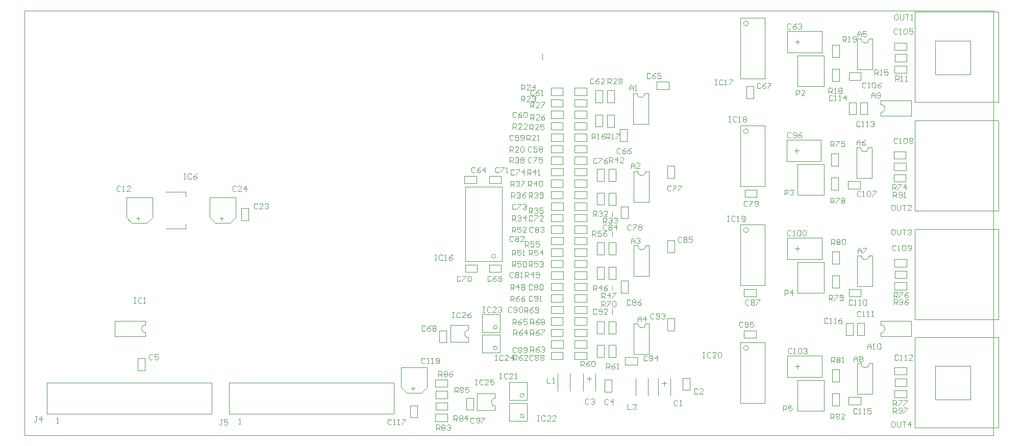
<source format=gto>
*%FSLAX23Y23*%
*%MOIN*%
G01*
D11*
X13138Y6611D02*
Y9386D01*
X6806D02*
Y6611D01*
Y9386D02*
X13138D01*
Y6611D02*
X6806D01*
D12*
X10481Y6981D02*
X10511D01*
X10496D01*
Y6966D01*
Y6996D01*
X10971Y6951D02*
X11001D01*
X10986D01*
Y6936D01*
Y6966D01*
X11068Y6841D02*
X11074Y6835D01*
X11068Y6841D02*
X11057D01*
X11051Y6835D01*
Y6812D01*
X11057Y6806D01*
X11068D01*
X11074Y6812D01*
X11086Y6806D02*
X11098D01*
X11092D01*
Y6841D01*
X11093D01*
X11092D02*
X11086Y6835D01*
X10494Y6845D02*
X10488Y6851D01*
X10477D01*
X10471Y6845D01*
Y6822D01*
X10477Y6816D01*
X10488D01*
X10494Y6822D01*
X10506Y6845D02*
X10512Y6851D01*
X10523D01*
X10529Y6845D01*
Y6839D01*
X10530D01*
X10529D02*
X10530D01*
X10529D02*
X10530D01*
X10529D02*
X10523Y6833D01*
X10518D01*
X10523D01*
X10529Y6828D01*
Y6822D01*
X10523Y6816D01*
X10512D01*
X10506Y6822D01*
X11791Y7132D02*
X12016D01*
Y6990D02*
X11791D01*
X12016D02*
Y7132D01*
X11791D02*
Y6990D01*
X11841Y7061D02*
X11871D01*
X11856D01*
Y7076D01*
Y7046D01*
X11819Y7175D02*
X11813Y7181D01*
X11802D01*
X11796Y7175D01*
Y7152D01*
X11802Y7146D01*
X11813D01*
X11819Y7152D01*
X11831Y7146D02*
X11843D01*
X11837D01*
Y7181D01*
X11838D01*
X11837D02*
X11831Y7175D01*
X11860D02*
X11866Y7181D01*
X11878D01*
X11883Y7175D01*
Y7152D01*
X11878Y7146D01*
X11866D01*
X11860Y7152D01*
Y7175D01*
X11895D02*
X11901Y7181D01*
X11913D01*
X11918Y7175D01*
Y7169D01*
X11919D01*
X11918D02*
X11919D01*
X11918D02*
X11919D01*
X11918D02*
X11913Y7163D01*
X11907D01*
X11913D01*
X11918Y7158D01*
Y7152D01*
X11913Y7146D01*
X11901D01*
X11895Y7152D01*
X11791Y7902D02*
X12016D01*
Y7760D02*
X11791D01*
X12016D02*
Y7902D01*
X11791D02*
Y7760D01*
X11841Y7831D02*
X11871D01*
X11856D01*
Y7846D01*
Y7816D01*
X11814Y7945D02*
X11808Y7951D01*
X11797D01*
X11791Y7945D01*
Y7922D01*
X11797Y7916D01*
X11808D01*
X11814Y7922D01*
X11826Y7916D02*
X11838D01*
X11832D01*
Y7951D01*
X11833D01*
X11832D02*
X11826Y7945D01*
X11855D02*
X11861Y7951D01*
X11873D01*
X11878Y7945D01*
Y7922D01*
X11873Y7916D01*
X11861D01*
X11855Y7922D01*
Y7945D01*
X11890D02*
X11896Y7951D01*
X11908D01*
X11913Y7945D01*
Y7922D01*
X11908Y7916D01*
X11896D01*
X11890Y7922D01*
Y7945D01*
X11786Y8542D02*
X12011D01*
Y8400D02*
X11786D01*
X12011D02*
Y8542D01*
X11786D02*
Y8400D01*
X11836Y8471D02*
X11866D01*
X11851D01*
Y8486D01*
Y8456D01*
X11814Y8585D02*
X11808Y8591D01*
X11797D01*
X11791Y8585D01*
Y8562D01*
X11797Y8556D01*
X11808D01*
X11814Y8562D01*
X11826D02*
X11832Y8556D01*
X11843D01*
X11849Y8562D01*
Y8585D01*
X11843Y8591D01*
X11832D01*
X11826Y8585D01*
Y8579D01*
X11832Y8573D01*
X11849D01*
X11873Y8585D02*
X11884Y8591D01*
X11873Y8585D02*
X11861Y8573D01*
Y8562D01*
X11867Y8556D01*
X11878D01*
X11884Y8562D01*
Y8568D01*
X11878Y8573D01*
X11861D01*
X11791Y9252D02*
X12016D01*
Y9110D02*
X11791D01*
X12016D02*
Y9252D01*
X11791D02*
Y9110D01*
X11841Y9181D02*
X11871D01*
X11856D01*
Y9196D01*
Y9166D01*
X11814Y9295D02*
X11808Y9301D01*
X11797D01*
X11791Y9295D01*
Y9272D01*
X11797Y9266D01*
X11808D01*
X11814Y9272D01*
X11838Y9295D02*
X11849Y9301D01*
X11838Y9295D02*
X11826Y9283D01*
Y9272D01*
X11832Y9266D01*
X11843D01*
X11849Y9272D01*
Y9278D01*
X11843Y9283D01*
X11826D01*
X11861Y9295D02*
X11867Y9301D01*
X11878D01*
X11884Y9295D01*
Y9289D01*
X11885D01*
X11884D02*
X11885D01*
X11884D02*
X11885D01*
X11884D02*
X11878Y9283D01*
X11873D01*
X11878D01*
X11884Y9278D01*
Y9272D01*
X11878Y9266D01*
X11867D01*
X11861Y9272D01*
X11329Y8935D02*
X11317D01*
X11323D02*
X11329D01*
X11323D02*
Y8900D01*
X11317D01*
X11329D01*
X11364Y8935D02*
X11369Y8929D01*
X11364Y8935D02*
X11352D01*
X11346Y8929D01*
Y8906D01*
X11352Y8900D01*
X11364D01*
X11369Y8906D01*
X11381Y8900D02*
X11393D01*
X11387D01*
Y8935D01*
X11388D01*
X11387D02*
X11381Y8929D01*
X11410Y8935D02*
X11434D01*
Y8929D01*
X11410Y8906D01*
Y8900D01*
X11407Y8694D02*
X11419D01*
X11413D01*
Y8659D01*
X11407D01*
X11419D01*
X11454Y8694D02*
X11459Y8688D01*
X11454Y8694D02*
X11442D01*
X11436Y8688D01*
Y8665D01*
X11442Y8659D01*
X11454D01*
X11459Y8665D01*
X11471Y8659D02*
X11483D01*
X11477D01*
Y8694D01*
X11478D01*
X11477D02*
X11471Y8688D01*
X11500D02*
X11506Y8694D01*
X11518D01*
X11524Y8688D01*
Y8682D01*
X11518Y8676D01*
X11524Y8671D01*
Y8665D01*
X11518Y8659D01*
X11506D01*
X11500Y8665D01*
Y8671D01*
X11506Y8676D01*
X11500Y8682D01*
Y8688D01*
X11506Y8676D02*
X11518D01*
X11410Y8044D02*
X11398D01*
X11404D02*
X11410D01*
X11404D02*
Y8009D01*
X11398D01*
X11410D01*
X11445Y8044D02*
X11450Y8038D01*
X11445Y8044D02*
X11433D01*
X11427Y8038D01*
Y8015D01*
X11433Y8009D01*
X11445D01*
X11450Y8015D01*
X11462Y8009D02*
X11474D01*
X11468D01*
Y8044D01*
X11469D01*
X11468D02*
X11462Y8038D01*
X11491Y8015D02*
X11497Y8009D01*
X11509D01*
X11515Y8015D01*
Y8038D01*
X11509Y8044D01*
X11497D01*
X11491Y8038D01*
Y8032D01*
X11497Y8026D01*
X11515D01*
X11250Y7154D02*
X11238D01*
X11244D02*
X11250D01*
X11244D02*
Y7119D01*
X11238D01*
X11250D01*
X11285Y7154D02*
X11290Y7148D01*
X11285Y7154D02*
X11273D01*
X11267Y7148D01*
Y7125D01*
X11273Y7119D01*
X11285D01*
X11290Y7125D01*
X11302Y7119D02*
X11325D01*
X11302D02*
X11325Y7142D01*
Y7148D01*
X11320Y7154D01*
X11308D01*
X11302Y7148D01*
X11337D02*
X11343Y7154D01*
X11355D01*
X11360Y7148D01*
Y7125D01*
X11355Y7119D01*
X11343D01*
X11337Y7125D01*
Y7148D01*
X11847Y8831D02*
Y8866D01*
X11864D01*
X11870Y8860D01*
Y8848D01*
X11864Y8843D01*
X11847D01*
X11882Y8831D02*
X11905D01*
X11882D02*
X11905Y8854D01*
Y8860D01*
X11899Y8866D01*
X11888D01*
X11882Y8860D01*
X11772Y8216D02*
Y8181D01*
Y8216D02*
X11789D01*
X11795Y8210D01*
Y8198D01*
X11789Y8193D01*
X11772D01*
X11807Y8210D02*
X11813Y8216D01*
X11824D01*
X11830Y8210D01*
Y8204D01*
X11831D01*
X11830D02*
X11831D01*
X11830D02*
X11831D01*
X11830D02*
X11824Y8198D01*
X11819D01*
X11824D01*
X11830Y8193D01*
Y8187D01*
X11824Y8181D01*
X11813D01*
X11807Y8187D01*
X12061Y8846D02*
Y8881D01*
X12078D01*
X12084Y8875D01*
Y8863D01*
X12078Y8858D01*
X12061D01*
X12073D02*
X12084Y8846D01*
X12096D02*
X12108D01*
X12102D01*
Y8881D01*
X12103D01*
X12102D02*
X12096Y8875D01*
X12125D02*
X12131Y8881D01*
X12143D01*
X12148Y8875D01*
Y8869D01*
X12143Y8863D01*
X12148Y8858D01*
Y8852D01*
X12143Y8846D01*
X12131D01*
X12125Y8852D01*
Y8858D01*
X12131Y8863D01*
X12125Y8869D01*
Y8875D01*
X12131Y8863D02*
X12143D01*
X12152Y9183D02*
Y9218D01*
X12169D01*
X12175Y9212D01*
Y9200D01*
X12169Y9194D01*
X12152D01*
X12163D02*
X12175Y9183D01*
X12187D02*
X12198D01*
X12192D01*
Y9218D01*
X12193D01*
X12192D02*
X12187Y9212D01*
X12216Y9189D02*
X12222Y9183D01*
X12233D01*
X12239Y9189D01*
Y9212D01*
X12233Y9218D01*
X12222D01*
X12216Y9212D01*
Y9206D01*
X12222Y9200D01*
X12239D01*
X12477Y7956D02*
X12488D01*
X12477D02*
X12471Y7950D01*
Y7927D01*
X12477Y7921D01*
X12488D01*
X12494Y7927D01*
Y7950D01*
X12488Y7956D01*
X12506D02*
Y7927D01*
X12512Y7921D01*
X12523D01*
X12529Y7927D01*
Y7956D01*
X12541D02*
X12564D01*
X12553D01*
Y7921D01*
X12576Y7950D02*
X12582Y7956D01*
X12593D01*
X12599Y7950D01*
Y7944D01*
X12600D01*
X12599D02*
X12600D01*
X12599D02*
X12600D01*
X12599D02*
X12593Y7938D01*
X12588D01*
X12593D01*
X12599Y7933D01*
Y7927D01*
X12593Y7921D01*
X12582D01*
X12576Y7927D01*
X12488Y8116D02*
X12477D01*
X12471Y8110D01*
Y8087D01*
X12477Y8081D01*
X12488D01*
X12494Y8087D01*
Y8110D01*
X12488Y8116D01*
X12506D02*
Y8087D01*
X12512Y8081D01*
X12523D01*
X12529Y8087D01*
Y8116D01*
X12541D02*
X12564D01*
X12553D01*
Y8081D01*
X12576D02*
X12599D01*
X12576D02*
X12599Y8104D01*
Y8110D01*
X12593Y8116D01*
X12582D01*
X12576Y8110D01*
X12508Y9361D02*
X12497D01*
X12491Y9355D01*
Y9332D01*
X12497Y9326D01*
X12508D01*
X12514Y9332D01*
Y9355D01*
X12508Y9361D01*
X12526D02*
Y9332D01*
X12532Y9326D01*
X12543D01*
X12549Y9332D01*
Y9361D01*
X12561D02*
X12584D01*
X12573D01*
Y9326D01*
X12596D02*
X12608D01*
X12602D01*
Y9361D01*
X12603D01*
X12602D02*
X12596Y9355D01*
X12361Y9001D02*
Y8966D01*
Y9001D02*
X12378D01*
X12384Y8995D01*
Y8983D01*
X12378Y8978D01*
X12361D01*
X12373D02*
X12384Y8966D01*
X12396D02*
X12408D01*
X12402D01*
Y9001D01*
X12403D01*
X12402D02*
X12396Y8995D01*
X12425Y9001D02*
X12448D01*
X12425D02*
Y8983D01*
X12437Y8989D01*
X12443D01*
X12448Y8983D01*
Y8972D01*
X12443Y8966D01*
X12431D01*
X12425Y8972D01*
X12304Y8910D02*
X12298Y8916D01*
X12287D01*
X12281Y8910D01*
Y8887D01*
X12287Y8881D01*
X12298D01*
X12304Y8887D01*
X12316Y8881D02*
X12328D01*
X12322D01*
Y8916D01*
X12323D01*
X12322D02*
X12316Y8910D01*
X12345D02*
X12351Y8916D01*
X12363D01*
X12368Y8910D01*
Y8887D01*
X12363Y8881D01*
X12351D01*
X12345Y8887D01*
Y8910D01*
X12392D02*
X12403Y8916D01*
X12392Y8910D02*
X12380Y8898D01*
Y8887D01*
X12386Y8881D01*
X12398D01*
X12403Y8887D01*
Y8893D01*
X12398Y8898D01*
X12380D01*
X12476Y8251D02*
Y8216D01*
Y8251D02*
X12493D01*
X12499Y8245D01*
Y8233D01*
X12493Y8228D01*
X12476D01*
X12488D02*
X12499Y8216D01*
X12511Y8251D02*
X12534D01*
Y8245D01*
X12511Y8222D01*
Y8216D01*
X12563D02*
Y8251D01*
X12546Y8233D01*
X12569D01*
X12323Y9201D02*
X12323Y9198D01*
X12322Y9195D01*
X12321Y9191D01*
X12320Y9188D01*
X12318Y9186D01*
X12316Y9183D01*
X12313Y9181D01*
X12310Y9179D01*
X12308Y9178D01*
X12304Y9177D01*
X12301Y9176D01*
X12298Y9176D01*
X12295Y9176D01*
X12292Y9177D01*
X12288Y9178D01*
X12286Y9179D01*
X12283Y9181D01*
X12280Y9183D01*
X12278Y9186D01*
X12276Y9188D01*
X12275Y9191D01*
X12274Y9195D01*
X12273Y9198D01*
X12273Y9201D01*
X12248D02*
Y9001D01*
X12348D02*
Y9201D01*
X12273D02*
X12248D01*
X12323D02*
X12348D01*
Y9001D02*
X12248D01*
X12249Y9215D02*
Y9238D01*
X12261Y9250D01*
X12272Y9238D01*
Y9215D01*
Y9232D01*
X12249D01*
X12284Y9250D02*
X12307D01*
X12284D02*
Y9232D01*
X12296Y9238D01*
X12301D01*
X12307Y9232D01*
Y9221D01*
X12301Y9215D01*
X12290D01*
X12284Y9221D01*
X12504Y9268D02*
X12510Y9262D01*
X12504Y9268D02*
X12493D01*
X12487Y9262D01*
Y9239D01*
X12493Y9233D01*
X12504D01*
X12510Y9239D01*
X12522Y9233D02*
X12533D01*
X12528D01*
Y9268D01*
X12529D01*
X12528D02*
X12522Y9262D01*
X12551D02*
X12557Y9268D01*
X12568D01*
X12574Y9262D01*
Y9239D01*
X12568Y9233D01*
X12557D01*
X12551Y9239D01*
Y9262D01*
X12586Y9268D02*
X12609D01*
X12586D02*
Y9250D01*
X12598Y9256D01*
X12603D01*
X12609Y9250D01*
Y9239D01*
X12603Y9233D01*
X12592D01*
X12586Y9239D01*
X12318Y8491D02*
X12318Y8488D01*
X12317Y8485D01*
X12316Y8481D01*
X12315Y8478D01*
X12313Y8476D01*
X12311Y8473D01*
X12308Y8471D01*
X12306Y8469D01*
X12303Y8468D01*
X12299Y8467D01*
X12296Y8466D01*
X12293Y8466D01*
X12290Y8466D01*
X12287Y8467D01*
X12283Y8468D01*
X12280Y8469D01*
X12278Y8471D01*
X12275Y8473D01*
X12273Y8476D01*
X12271Y8478D01*
X12270Y8481D01*
X12269Y8485D01*
X12268Y8488D01*
X12268Y8491D01*
X12343D02*
Y8291D01*
X12243D02*
Y8491D01*
Y8291D02*
X12343D01*
Y8491D02*
X12318D01*
X12268D02*
X12243D01*
X12242Y8507D02*
Y8530D01*
X12254Y8542D01*
X12265Y8530D01*
Y8507D01*
Y8524D01*
X12242D01*
X12289Y8536D02*
X12300Y8542D01*
X12289Y8536D02*
X12277Y8524D01*
Y8513D01*
X12283Y8507D01*
X12294D01*
X12300Y8513D01*
Y8519D01*
X12294Y8524D01*
X12277D01*
X12264Y8208D02*
X12270Y8202D01*
X12264Y8208D02*
X12252D01*
X12247Y8202D01*
Y8179D01*
X12252Y8173D01*
X12264D01*
X12270Y8179D01*
X12282Y8173D02*
X12293D01*
X12287D01*
Y8208D01*
X12288D01*
X12287D02*
X12282Y8202D01*
X12311D02*
X12317Y8208D01*
X12328D01*
X12334Y8202D01*
Y8179D01*
X12328Y8173D01*
X12317D01*
X12311Y8179D01*
Y8202D01*
X12346Y8208D02*
X12369D01*
Y8202D01*
X12346Y8179D01*
Y8173D01*
X12323Y7786D02*
X12323Y7783D01*
X12322Y7780D01*
X12321Y7776D01*
X12320Y7774D01*
X12318Y7771D01*
X12316Y7768D01*
X12313Y7766D01*
X12310Y7764D01*
X12308Y7763D01*
X12304Y7762D01*
X12301Y7761D01*
X12298Y7761D01*
X12295Y7761D01*
X12292Y7762D01*
X12288Y7763D01*
X12286Y7764D01*
X12283Y7766D01*
X12280Y7768D01*
X12278Y7771D01*
X12276Y7774D01*
X12275Y7776D01*
X12274Y7780D01*
X12273Y7783D01*
X12273Y7786D01*
X12248D02*
Y7586D01*
X12348D02*
Y7786D01*
X12273D02*
X12248D01*
X12323D02*
X12348D01*
Y7586D02*
X12248D01*
X12249Y7800D02*
Y7823D01*
X12261Y7835D01*
X12272Y7823D01*
Y7800D01*
Y7817D01*
X12249D01*
X12284Y7835D02*
X12307D01*
Y7829D01*
X12284Y7806D01*
Y7800D01*
X12494Y7853D02*
X12500Y7847D01*
X12494Y7853D02*
X12482D01*
X12477Y7847D01*
Y7824D01*
X12482Y7818D01*
X12494D01*
X12500Y7824D01*
X12512Y7818D02*
X12523D01*
X12517D01*
Y7853D01*
X12518D01*
X12517D02*
X12512Y7847D01*
X12541D02*
X12547Y7853D01*
X12558D01*
X12564Y7847D01*
Y7824D01*
X12558Y7818D01*
X12547D01*
X12541Y7824D01*
Y7847D01*
X12576Y7824D02*
X12582Y7818D01*
X12593D01*
X12599Y7824D01*
Y7847D01*
X12593Y7853D01*
X12582D01*
X12576Y7847D01*
Y7841D01*
X12582Y7835D01*
X12599D01*
X12072Y8498D02*
Y8533D01*
X12089D01*
X12095Y8527D01*
Y8515D01*
X12089Y8509D01*
X12072D01*
X12083D02*
X12095Y8498D01*
X12107Y8533D02*
X12130D01*
Y8527D01*
X12107Y8504D01*
Y8498D01*
X12142Y8533D02*
X12165D01*
X12142D02*
Y8515D01*
X12153Y8521D01*
X12159D01*
X12165Y8515D01*
Y8504D01*
X12159Y8498D01*
X12147D01*
X12142Y8504D01*
X12072Y8163D02*
Y8128D01*
Y8163D02*
X12089D01*
X12095Y8157D01*
Y8145D01*
X12089Y8139D01*
X12072D01*
X12083D02*
X12095Y8128D01*
X12107Y8163D02*
X12130D01*
Y8157D01*
X12107Y8134D01*
Y8128D01*
X12142Y8157D02*
X12147Y8163D01*
X12159D01*
X12165Y8157D01*
Y8151D01*
X12159Y8145D01*
X12165Y8139D01*
Y8134D01*
X12159Y8128D01*
X12147D01*
X12142Y8134D01*
Y8139D01*
X12147Y8145D01*
X12142Y8151D01*
Y8157D01*
X12147Y8145D02*
X12159D01*
X12077Y7893D02*
Y7858D01*
Y7893D02*
X12094D01*
X12100Y7887D01*
Y7875D01*
X12094Y7869D01*
X12077D01*
X12088D02*
X12100Y7858D01*
X12112Y7887D02*
X12117Y7893D01*
X12129D01*
X12135Y7887D01*
Y7881D01*
X12129Y7875D01*
X12135Y7869D01*
Y7864D01*
X12129Y7858D01*
X12117D01*
X12112Y7864D01*
Y7869D01*
X12117Y7875D01*
X12112Y7881D01*
Y7887D01*
X12117Y7875D02*
X12129D01*
X12147Y7887D02*
X12152Y7893D01*
X12164D01*
X12170Y7887D01*
Y7864D01*
X12164Y7858D01*
X12152D01*
X12147Y7864D01*
Y7887D01*
X12401Y8723D02*
X12404Y8723D01*
X12407Y8724D01*
X12411Y8725D01*
X12414Y8726D01*
X12416Y8728D01*
X12419Y8730D01*
X12421Y8733D01*
X12423Y8736D01*
X12424Y8738D01*
X12425Y8742D01*
X12426Y8745D01*
X12426Y8748D01*
X12426Y8751D01*
X12425Y8754D01*
X12424Y8758D01*
X12423Y8760D01*
X12421Y8763D01*
X12419Y8766D01*
X12416Y8768D01*
X12414Y8770D01*
X12411Y8771D01*
X12407Y8772D01*
X12404Y8773D01*
X12401Y8773D01*
Y8723D02*
Y8698D01*
Y8773D02*
Y8798D01*
X12601D02*
Y8698D01*
X12401D01*
Y8798D02*
X12601D01*
X12339Y8815D02*
Y8838D01*
X12351Y8850D01*
X12362Y8838D01*
Y8815D01*
Y8832D01*
X12339D01*
X12374Y8821D02*
X12380Y8815D01*
X12391D01*
X12397Y8821D01*
Y8844D01*
X12391Y8850D01*
X12380D01*
X12374Y8844D01*
Y8838D01*
X12380Y8832D01*
X12397D01*
X12504Y8553D02*
X12510Y8547D01*
X12504Y8553D02*
X12492D01*
X12487Y8547D01*
Y8524D01*
X12492Y8518D01*
X12504D01*
X12510Y8524D01*
X12522Y8518D02*
X12533D01*
X12527D01*
Y8553D01*
X12528D01*
X12527D02*
X12522Y8547D01*
X12551D02*
X12557Y8553D01*
X12568D01*
X12574Y8547D01*
Y8524D01*
X12568Y8518D01*
X12557D01*
X12551Y8524D01*
Y8547D01*
X12586D02*
X12592Y8553D01*
X12603D01*
X12609Y8547D01*
Y8541D01*
X12603Y8535D01*
X12609Y8529D01*
Y8524D01*
X12603Y8518D01*
X12592D01*
X12586Y8524D01*
Y8529D01*
X12592Y8535D01*
X12586Y8541D01*
Y8547D01*
X12592Y8535D02*
X12603D01*
X12265Y8657D02*
X12259Y8663D01*
X12247D01*
X12242Y8657D01*
Y8634D01*
X12247Y8628D01*
X12259D01*
X12265Y8634D01*
X12277Y8628D02*
X12288D01*
X12282D01*
Y8663D01*
X12283D01*
X12282D02*
X12277Y8657D01*
X12306Y8628D02*
X12317D01*
X12312D01*
Y8663D01*
X12313D01*
X12312D02*
X12306Y8657D01*
X12335D02*
X12341Y8663D01*
X12352D01*
X12358Y8657D01*
Y8651D01*
X12359D01*
X12358D02*
X12359D01*
X12358D02*
X12359D01*
X12358D02*
X12352Y8645D01*
X12347D01*
X12352D01*
X12358Y8639D01*
Y8634D01*
X12352Y8628D01*
X12341D01*
X12335Y8634D01*
X12085Y8827D02*
X12079Y8833D01*
X12067D01*
X12062Y8827D01*
Y8804D01*
X12067Y8798D01*
X12079D01*
X12085Y8804D01*
X12097Y8798D02*
X12108D01*
X12102D01*
Y8833D01*
X12103D01*
X12102D02*
X12097Y8827D01*
X12126Y8798D02*
X12137D01*
X12132D01*
Y8833D01*
X12133D01*
X12132D02*
X12126Y8827D01*
X12172Y8833D02*
Y8798D01*
X12155Y8815D02*
X12172Y8833D01*
X12178Y8815D02*
X12155D01*
X12481Y8201D02*
Y8166D01*
Y8201D02*
X12498D01*
X12504Y8195D01*
Y8183D01*
X12498Y8178D01*
X12481D01*
X12493D02*
X12504Y8166D01*
X12516Y8172D02*
X12522Y8166D01*
X12533D01*
X12539Y8172D01*
Y8195D01*
X12533Y8201D01*
X12522D01*
X12516Y8195D01*
Y8189D01*
X12522Y8183D01*
X12539D01*
X12551Y8166D02*
X12563D01*
X12557D01*
Y8201D01*
X12558D01*
X12557D02*
X12551Y8195D01*
X12496Y8926D02*
Y8961D01*
X12513D01*
X12519Y8955D01*
Y8943D01*
X12513Y8938D01*
X12496D01*
X12508D02*
X12519Y8926D01*
X12531D02*
X12543D01*
X12537D01*
Y8961D01*
X12538D01*
X12537D02*
X12531Y8955D01*
X12560Y8926D02*
X12572D01*
X12566D01*
Y8961D01*
X12567D01*
X12566D02*
X12560Y8955D01*
X11772Y7561D02*
Y7526D01*
Y7561D02*
X11789D01*
X11795Y7555D01*
Y7543D01*
X11789Y7538D01*
X11772D01*
X11824Y7526D02*
Y7561D01*
X11807Y7543D01*
X11830D01*
X11762Y6806D02*
Y6771D01*
Y6806D02*
X11779D01*
X11785Y6800D01*
Y6788D01*
X11779Y6783D01*
X11762D01*
X11797Y6806D02*
X11820D01*
X11797D02*
Y6788D01*
X11809Y6794D01*
X11814D01*
X11820Y6788D01*
Y6777D01*
X11814Y6771D01*
X11803D01*
X11797Y6777D01*
X12055Y7372D02*
X12049Y7378D01*
X12037D01*
X12032Y7372D01*
Y7349D01*
X12037Y7343D01*
X12049D01*
X12055Y7349D01*
X12067Y7343D02*
X12078D01*
X12072D01*
Y7378D01*
X12073D01*
X12072D02*
X12067Y7372D01*
X12096Y7343D02*
X12107D01*
X12102D01*
Y7378D01*
X12103D01*
X12102D02*
X12096Y7372D01*
X12137D02*
X12148Y7378D01*
X12137Y7372D02*
X12125Y7360D01*
Y7349D01*
X12131Y7343D01*
X12142D01*
X12148Y7349D01*
Y7354D01*
X12142Y7360D01*
X12125D01*
X12264Y7423D02*
X12270Y7417D01*
X12264Y7423D02*
X12252D01*
X12247Y7417D01*
Y7394D01*
X12252Y7388D01*
X12264D01*
X12270Y7394D01*
X12282Y7388D02*
X12293D01*
X12287D01*
Y7423D01*
X12288D01*
X12287D02*
X12282Y7417D01*
X12311Y7388D02*
X12322D01*
X12317D01*
Y7423D01*
X12318D01*
X12317D02*
X12311Y7417D01*
X12340Y7388D02*
X12352D01*
X12346D01*
Y7423D01*
X12347D01*
X12346D02*
X12340Y7417D01*
X12239Y6788D02*
X12245Y6782D01*
X12239Y6788D02*
X12227D01*
X12222Y6782D01*
Y6759D01*
X12227Y6753D01*
X12239D01*
X12245Y6759D01*
X12257Y6753D02*
X12268D01*
X12262D01*
Y6788D01*
X12263D01*
X12262D02*
X12257Y6782D01*
X12286Y6753D02*
X12297D01*
X12292D01*
Y6788D01*
X12293D01*
X12292D02*
X12286Y6782D01*
X12315Y6788D02*
X12338D01*
X12315D02*
Y6770D01*
X12327Y6776D01*
X12332D01*
X12338Y6770D01*
Y6759D01*
X12332Y6753D01*
X12321D01*
X12315Y6759D01*
X12477Y6701D02*
X12488D01*
X12477D02*
X12471Y6695D01*
Y6672D01*
X12477Y6666D01*
X12488D01*
X12494Y6672D01*
Y6695D01*
X12488Y6701D01*
X12506D02*
Y6672D01*
X12512Y6666D01*
X12523D01*
X12529Y6672D01*
Y6701D01*
X12541D02*
X12564D01*
X12553D01*
Y6666D01*
X12593D02*
Y6701D01*
X12576Y6683D01*
X12599D01*
X12486Y7511D02*
Y7546D01*
X12503D01*
X12509Y7540D01*
Y7528D01*
X12503Y7523D01*
X12486D01*
X12498D02*
X12509Y7511D01*
X12521Y7546D02*
X12544D01*
Y7540D01*
X12521Y7517D01*
Y7511D01*
X12568Y7540D02*
X12579Y7546D01*
X12568Y7540D02*
X12556Y7528D01*
Y7517D01*
X12562Y7511D01*
X12573D01*
X12579Y7517D01*
Y7523D01*
X12573Y7528D01*
X12556D01*
X12215Y7492D02*
X12209Y7498D01*
X12197D01*
X12192Y7492D01*
Y7469D01*
X12197Y7463D01*
X12209D01*
X12215Y7469D01*
X12227Y7463D02*
X12238D01*
X12232D01*
Y7498D01*
X12233D01*
X12232D02*
X12227Y7492D01*
X12256Y7463D02*
X12267D01*
X12262D01*
Y7498D01*
X12263D01*
X12262D02*
X12256Y7492D01*
X12285D02*
X12291Y7498D01*
X12302D01*
X12308Y7492D01*
Y7469D01*
X12302Y7463D01*
X12291D01*
X12285Y7469D01*
Y7492D01*
X12062Y7493D02*
Y7528D01*
X12079D01*
X12085Y7522D01*
Y7510D01*
X12079Y7504D01*
X12062D01*
X12073D02*
X12085Y7493D01*
X12097Y7528D02*
X12120D01*
Y7522D01*
X12097Y7499D01*
Y7493D01*
X12132Y7499D02*
X12137Y7493D01*
X12149D01*
X12155Y7499D01*
Y7522D01*
X12149Y7528D01*
X12137D01*
X12132Y7522D01*
Y7516D01*
X12137Y7510D01*
X12155D01*
X12481Y6841D02*
Y6806D01*
Y6841D02*
X12498D01*
X12504Y6835D01*
Y6823D01*
X12498Y6818D01*
X12481D01*
X12493D02*
X12504Y6806D01*
X12516Y6841D02*
X12539D01*
Y6835D01*
X12516Y6812D01*
Y6806D01*
X12551Y6841D02*
X12574D01*
Y6835D01*
X12551Y6812D01*
Y6806D01*
X12323Y7081D02*
X12323Y7078D01*
X12322Y7075D01*
X12321Y7071D01*
X12320Y7068D01*
X12318Y7066D01*
X12316Y7063D01*
X12313Y7061D01*
X12310Y7059D01*
X12308Y7058D01*
X12304Y7057D01*
X12301Y7056D01*
X12298Y7056D01*
X12295Y7056D01*
X12292Y7057D01*
X12288Y7058D01*
X12286Y7059D01*
X12283Y7061D01*
X12280Y7063D01*
X12278Y7066D01*
X12276Y7068D01*
X12275Y7071D01*
X12274Y7075D01*
X12273Y7078D01*
X12273Y7081D01*
X12348D02*
Y6881D01*
X12248D02*
Y7081D01*
Y6881D02*
X12348D01*
Y7081D02*
X12323D01*
X12273D02*
X12248D01*
X12224Y7093D02*
Y7116D01*
X12236Y7128D01*
X12247Y7116D01*
Y7093D01*
Y7110D01*
X12224D01*
X12259Y7122D02*
X12265Y7128D01*
X12276D01*
X12282Y7122D01*
Y7116D01*
X12276Y7110D01*
X12282Y7105D01*
Y7099D01*
X12276Y7093D01*
X12265D01*
X12259Y7099D01*
Y7105D01*
X12265Y7110D01*
X12259Y7116D01*
Y7122D01*
X12265Y7110D02*
X12276D01*
X12509Y7138D02*
X12515Y7132D01*
X12509Y7138D02*
X12497D01*
X12492Y7132D01*
Y7109D01*
X12497Y7103D01*
X12509D01*
X12515Y7109D01*
X12527Y7103D02*
X12538D01*
X12532D01*
Y7138D01*
X12533D01*
X12532D02*
X12527Y7132D01*
X12556Y7103D02*
X12567D01*
X12562D01*
Y7138D01*
X12563D01*
X12562D02*
X12556Y7132D01*
X12585Y7103D02*
X12608D01*
X12585D02*
X12608Y7126D01*
Y7132D01*
X12602Y7138D01*
X12591D01*
X12585Y7132D01*
X12077Y7123D02*
Y7088D01*
Y7123D02*
X12094D01*
X12100Y7117D01*
Y7105D01*
X12094Y7099D01*
X12077D01*
X12088D02*
X12100Y7088D01*
X12112Y7117D02*
X12117Y7123D01*
X12129D01*
X12135Y7117D01*
Y7111D01*
X12129Y7105D01*
X12135Y7099D01*
Y7094D01*
X12129Y7088D01*
X12117D01*
X12112Y7094D01*
Y7099D01*
X12117Y7105D01*
X12112Y7111D01*
Y7117D01*
X12117Y7105D02*
X12129D01*
X12147Y7088D02*
X12158D01*
X12152D01*
Y7123D01*
X12153D01*
X12152D02*
X12147Y7117D01*
X12072Y6753D02*
Y6718D01*
Y6753D02*
X12089D01*
X12095Y6747D01*
Y6735D01*
X12089Y6729D01*
X12072D01*
X12083D02*
X12095Y6718D01*
X12107Y6747D02*
X12112Y6753D01*
X12124D01*
X12130Y6747D01*
Y6741D01*
X12124Y6735D01*
X12130Y6729D01*
Y6724D01*
X12124Y6718D01*
X12112D01*
X12107Y6724D01*
Y6729D01*
X12112Y6735D01*
X12107Y6741D01*
Y6747D01*
X12112Y6735D02*
X12124D01*
X12142Y6718D02*
X12165D01*
X12142D02*
X12165Y6741D01*
Y6747D01*
X12159Y6753D01*
X12147D01*
X12142Y6747D01*
X12401Y7283D02*
X12404Y7283D01*
X12407Y7284D01*
X12411Y7285D01*
X12414Y7286D01*
X12416Y7288D01*
X12419Y7290D01*
X12421Y7293D01*
X12423Y7296D01*
X12424Y7298D01*
X12425Y7302D01*
X12426Y7305D01*
X12426Y7308D01*
X12426Y7311D01*
X12425Y7314D01*
X12424Y7318D01*
X12423Y7320D01*
X12421Y7323D01*
X12419Y7326D01*
X12416Y7328D01*
X12414Y7330D01*
X12411Y7331D01*
X12407Y7332D01*
X12404Y7333D01*
X12401Y7333D01*
Y7283D02*
Y7258D01*
Y7333D02*
Y7358D01*
X12601D02*
Y7258D01*
X12401D01*
Y7358D02*
X12601D01*
X12314Y7198D02*
Y7175D01*
Y7198D02*
X12326Y7210D01*
X12337Y7198D01*
Y7175D01*
Y7192D01*
X12314D01*
X12349Y7175D02*
X12361D01*
X12355D01*
Y7210D01*
X12356D01*
X12355D02*
X12349Y7204D01*
X12378D02*
X12384Y7210D01*
X12396D01*
X12401Y7204D01*
Y7181D01*
X12396Y7175D01*
X12384D01*
X12378Y7181D01*
Y7204D01*
X12486Y7466D02*
Y7501D01*
X12503D01*
X12509Y7495D01*
Y7483D01*
X12503Y7478D01*
X12486D01*
X12498D02*
X12509Y7466D01*
X12521Y7472D02*
X12527Y7466D01*
X12538D01*
X12544Y7472D01*
Y7495D01*
X12538Y7501D01*
X12527D01*
X12521Y7495D01*
Y7489D01*
X12527Y7483D01*
X12544D01*
X12568Y7495D02*
X12579Y7501D01*
X12568Y7495D02*
X12556Y7483D01*
Y7472D01*
X12562Y7466D01*
X12573D01*
X12579Y7472D01*
Y7478D01*
X12573Y7483D01*
X12556D01*
X12481Y6791D02*
Y6756D01*
Y6791D02*
X12498D01*
X12504Y6785D01*
Y6773D01*
X12498Y6768D01*
X12481D01*
X12493D02*
X12504Y6756D01*
X12516Y6762D02*
X12522Y6756D01*
X12533D01*
X12539Y6762D01*
Y6785D01*
X12533Y6791D01*
X12522D01*
X12516Y6785D01*
Y6779D01*
X12522Y6773D01*
X12539D01*
X12551Y6791D02*
X12574D01*
Y6785D01*
X12551Y6762D01*
Y6756D01*
X11615Y8907D02*
X11609Y8913D01*
X11597D01*
X11592Y8907D01*
Y8884D01*
X11597Y8878D01*
X11609D01*
X11615Y8884D01*
X11638Y8907D02*
X11650Y8913D01*
X11638Y8907D02*
X11627Y8895D01*
Y8884D01*
X11632Y8878D01*
X11644D01*
X11650Y8884D01*
Y8889D01*
X11644Y8895D01*
X11627D01*
X11662Y8913D02*
X11685D01*
Y8907D01*
X11662Y8884D01*
Y8878D01*
X10863Y8336D02*
X10863Y8333D01*
X10862Y8330D01*
X10861Y8326D01*
X10860Y8324D01*
X10858Y8321D01*
X10856Y8318D01*
X10853Y8316D01*
X10850Y8314D01*
X10848Y8313D01*
X10844Y8312D01*
X10841Y8311D01*
X10838Y8311D01*
X10835Y8311D01*
X10832Y8312D01*
X10828Y8313D01*
X10826Y8314D01*
X10823Y8316D01*
X10820Y8318D01*
X10818Y8321D01*
X10816Y8324D01*
X10815Y8326D01*
X10814Y8330D01*
X10813Y8333D01*
X10813Y8336D01*
X10788D02*
Y8136D01*
X10888D02*
Y8336D01*
X10813D02*
X10788D01*
X10863D02*
X10888D01*
Y8136D02*
X10788D01*
X10769Y8355D02*
Y8378D01*
X10781Y8390D01*
X10792Y8378D01*
Y8355D01*
Y8372D01*
X10769D01*
X10804Y8355D02*
X10827D01*
X10804D02*
X10827Y8378D01*
Y8384D01*
X10821Y8390D01*
X10810D01*
X10804Y8384D01*
X10764Y7988D02*
X10770Y7982D01*
X10764Y7988D02*
X10752D01*
X10747Y7982D01*
Y7959D01*
X10752Y7953D01*
X10764D01*
X10770Y7959D01*
X10782Y7988D02*
X10805D01*
Y7982D01*
X10782Y7959D01*
Y7953D01*
X10817Y7982D02*
X10822Y7988D01*
X10834D01*
X10840Y7982D01*
Y7976D01*
X10834Y7970D01*
X10840Y7964D01*
Y7959D01*
X10834Y7953D01*
X10822D01*
X10817Y7959D01*
Y7964D01*
X10822Y7970D01*
X10817Y7976D01*
Y7982D01*
X10822Y7970D02*
X10834D01*
X11524Y8143D02*
X11530Y8137D01*
X11524Y8143D02*
X11512D01*
X11507Y8137D01*
Y8114D01*
X11512Y8108D01*
X11524D01*
X11530Y8114D01*
X11542Y8143D02*
X11565D01*
Y8137D01*
X11542Y8114D01*
Y8108D01*
X11577Y8114D02*
X11582Y8108D01*
X11594D01*
X11600Y8114D01*
Y8137D01*
X11594Y8143D01*
X11582D01*
X11577Y8137D01*
Y8131D01*
X11582Y8125D01*
X11600D01*
X10700Y8482D02*
X10694Y8488D01*
X10682D01*
X10677Y8482D01*
Y8459D01*
X10682Y8453D01*
X10694D01*
X10700Y8459D01*
X10723Y8482D02*
X10735Y8488D01*
X10723Y8482D02*
X10712Y8470D01*
Y8459D01*
X10717Y8453D01*
X10729D01*
X10735Y8459D01*
Y8464D01*
X10729Y8470D01*
X10712D01*
X10758Y8482D02*
X10770Y8488D01*
X10758Y8482D02*
X10747Y8470D01*
Y8459D01*
X10752Y8453D01*
X10764D01*
X10770Y8459D01*
Y8464D01*
X10764Y8470D01*
X10747D01*
X10512Y8548D02*
Y8583D01*
X10529D01*
X10535Y8577D01*
Y8565D01*
X10529Y8559D01*
X10512D01*
X10523D02*
X10535Y8548D01*
X10547D02*
X10558D01*
X10552D01*
Y8583D01*
X10553D01*
X10552D02*
X10547Y8577D01*
X10587D02*
X10599Y8583D01*
X10587Y8577D02*
X10576Y8565D01*
Y8554D01*
X10582Y8548D01*
X10593D01*
X10599Y8554D01*
Y8559D01*
X10593Y8565D01*
X10576D01*
X10607Y8548D02*
Y8583D01*
X10624D01*
X10630Y8577D01*
Y8565D01*
X10624Y8559D01*
X10607D01*
X10618D02*
X10630Y8548D01*
X10642D02*
X10653D01*
X10647D01*
Y8583D01*
X10648D01*
X10647D02*
X10642Y8577D01*
X10671Y8583D02*
X10694D01*
Y8577D01*
X10671Y8554D01*
Y8548D01*
X10617Y8908D02*
Y8943D01*
X10634D01*
X10640Y8937D01*
Y8925D01*
X10634Y8919D01*
X10617D01*
X10628D02*
X10640Y8908D01*
X10652D02*
X10675D01*
X10652D02*
X10675Y8931D01*
Y8937D01*
X10669Y8943D01*
X10657D01*
X10652Y8937D01*
X10687D02*
X10692Y8943D01*
X10704D01*
X10710Y8937D01*
Y8931D01*
X10704Y8925D01*
X10710Y8919D01*
Y8914D01*
X10704Y8908D01*
X10692D01*
X10687Y8914D01*
Y8919D01*
X10692Y8925D01*
X10687Y8931D01*
Y8937D01*
X10692Y8925D02*
X10704D01*
X10525Y8937D02*
X10519Y8943D01*
X10507D01*
X10502Y8937D01*
Y8914D01*
X10507Y8908D01*
X10519D01*
X10525Y8914D01*
X10548Y8937D02*
X10560Y8943D01*
X10548Y8937D02*
X10537Y8925D01*
Y8914D01*
X10542Y8908D01*
X10554D01*
X10560Y8914D01*
Y8919D01*
X10554Y8925D01*
X10537D01*
X10572Y8908D02*
X10595D01*
X10572D02*
X10595Y8931D01*
Y8937D01*
X10589Y8943D01*
X10577D01*
X10572Y8937D01*
X11024Y8243D02*
X11030Y8237D01*
X11024Y8243D02*
X11012D01*
X11007Y8237D01*
Y8214D01*
X11012Y8208D01*
X11024D01*
X11030Y8214D01*
X11042Y8243D02*
X11065D01*
Y8237D01*
X11042Y8214D01*
Y8208D01*
X11077Y8243D02*
X11100D01*
Y8237D01*
X11077Y8214D01*
Y8208D01*
X10587Y8033D02*
Y7998D01*
Y8033D02*
X10604D01*
X10610Y8027D01*
Y8015D01*
X10604Y8009D01*
X10587D01*
X10598D02*
X10610Y7998D01*
X10622Y8027D02*
X10627Y8033D01*
X10639D01*
X10645Y8027D01*
Y8021D01*
X10646D01*
X10645D02*
X10646D01*
X10645D02*
X10646D01*
X10645D02*
X10639Y8015D01*
X10633D01*
X10639D01*
X10645Y8009D01*
Y8004D01*
X10639Y7998D01*
X10627D01*
X10622Y8004D01*
X10657Y8027D02*
X10662Y8033D01*
X10674D01*
X10680Y8027D01*
Y8021D01*
X10681D01*
X10680D02*
X10681D01*
X10680D02*
X10681D01*
X10680D02*
X10674Y8015D01*
X10668D01*
X10674D01*
X10680Y8009D01*
Y8004D01*
X10674Y7998D01*
X10662D01*
X10657Y8004D01*
X10522Y8043D02*
Y8078D01*
X10539D01*
X10545Y8072D01*
Y8060D01*
X10539Y8054D01*
X10522D01*
X10533D02*
X10545Y8043D01*
X10557Y8072D02*
X10562Y8078D01*
X10574D01*
X10580Y8072D01*
Y8066D01*
X10581D01*
X10580D02*
X10581D01*
X10580D02*
X10581D01*
X10580D02*
X10574Y8060D01*
X10568D01*
X10574D01*
X10580Y8054D01*
Y8049D01*
X10574Y8043D01*
X10562D01*
X10557Y8049D01*
X10592Y8043D02*
X10615D01*
X10592D02*
X10615Y8066D01*
Y8072D01*
X10609Y8078D01*
X10597D01*
X10592Y8072D01*
X10545Y8417D02*
X10539Y8423D01*
X10527D01*
X10522Y8417D01*
Y8394D01*
X10527Y8388D01*
X10539D01*
X10545Y8394D01*
X10557Y8423D02*
X10580D01*
Y8417D01*
X10557Y8394D01*
Y8388D01*
X10603Y8417D02*
X10615Y8423D01*
X10603Y8417D02*
X10592Y8405D01*
Y8394D01*
X10597Y8388D01*
X10609D01*
X10615Y8394D01*
Y8399D01*
X10609Y8405D01*
X10592D01*
X10627Y8393D02*
Y8428D01*
X10644D01*
X10650Y8422D01*
Y8410D01*
X10644Y8404D01*
X10627D01*
X10638D02*
X10650Y8393D01*
X10679D02*
Y8428D01*
X10662Y8410D01*
X10685D01*
X10697Y8393D02*
X10720D01*
X10697D02*
X10720Y8416D01*
Y8422D01*
X10714Y8428D01*
X10702D01*
X10697Y8422D01*
X10813Y7851D02*
X10813Y7848D01*
X10814Y7845D01*
X10815Y7841D01*
X10816Y7838D01*
X10818Y7836D01*
X10820Y7833D01*
X10823Y7831D01*
X10826Y7829D01*
X10828Y7828D01*
X10832Y7827D01*
X10835Y7826D01*
X10838Y7826D01*
X10841Y7826D01*
X10844Y7827D01*
X10848Y7828D01*
X10850Y7829D01*
X10853Y7831D01*
X10856Y7833D01*
X10858Y7836D01*
X10860Y7838D01*
X10861Y7841D01*
X10862Y7845D01*
X10863Y7848D01*
X10863Y7851D01*
X10788D02*
Y7651D01*
X10888D02*
Y7851D01*
X10813D02*
X10788D01*
X10863D02*
X10888D01*
Y7651D02*
X10788D01*
X10769Y7865D02*
Y7888D01*
X10781Y7900D01*
X10792Y7888D01*
Y7865D01*
Y7882D01*
X10769D01*
X10804Y7894D02*
X10810Y7900D01*
X10821D01*
X10827Y7894D01*
Y7888D01*
X10828D01*
X10827D02*
X10828D01*
X10827D02*
X10828D01*
X10827D02*
X10821Y7882D01*
X10816D01*
X10821D01*
X10827Y7877D01*
Y7871D01*
X10821Y7865D01*
X10810D01*
X10804Y7871D01*
X11094Y7908D02*
X11100Y7902D01*
X11094Y7908D02*
X11082D01*
X11077Y7902D01*
Y7879D01*
X11082Y7873D01*
X11094D01*
X11100Y7879D01*
X11112Y7902D02*
X11117Y7908D01*
X11129D01*
X11135Y7902D01*
Y7896D01*
X11129Y7890D01*
X11135Y7884D01*
Y7879D01*
X11129Y7873D01*
X11117D01*
X11112Y7879D01*
Y7884D01*
X11117Y7890D01*
X11112Y7896D01*
Y7902D01*
X11117Y7890D02*
X11129D01*
X11147Y7908D02*
X11170D01*
X11147D02*
Y7890D01*
X11158Y7896D01*
X11164D01*
X11170Y7890D01*
Y7879D01*
X11164Y7873D01*
X11152D01*
X11147Y7879D01*
X10610Y7982D02*
X10604Y7988D01*
X10592D01*
X10587Y7982D01*
Y7959D01*
X10592Y7953D01*
X10604D01*
X10610Y7959D01*
X10622Y7982D02*
X10627Y7988D01*
X10639D01*
X10645Y7982D01*
Y7976D01*
X10639Y7970D01*
X10645Y7964D01*
Y7959D01*
X10639Y7953D01*
X10627D01*
X10622Y7959D01*
Y7964D01*
X10627Y7970D01*
X10622Y7976D01*
Y7982D01*
X10627Y7970D02*
X10639D01*
X10674Y7953D02*
Y7988D01*
X10657Y7970D01*
X10680D01*
X10517Y7948D02*
Y7913D01*
Y7948D02*
X10534D01*
X10540Y7942D01*
Y7930D01*
X10534Y7924D01*
X10517D01*
X10528D02*
X10540Y7913D01*
X10552Y7948D02*
X10575D01*
X10552D02*
Y7930D01*
X10563Y7936D01*
X10569D01*
X10575Y7930D01*
Y7919D01*
X10569Y7913D01*
X10557D01*
X10552Y7919D01*
X10598Y7942D02*
X10610Y7948D01*
X10598Y7942D02*
X10587Y7930D01*
Y7919D01*
X10592Y7913D01*
X10604D01*
X10610Y7919D01*
Y7924D01*
X10604Y7930D01*
X10587D01*
X10808Y8846D02*
X10808Y8843D01*
X10809Y8840D01*
X10810Y8836D01*
X10811Y8834D01*
X10813Y8831D01*
X10815Y8828D01*
X10818Y8826D01*
X10820Y8824D01*
X10823Y8823D01*
X10827Y8822D01*
X10830Y8821D01*
X10833Y8821D01*
X10836Y8821D01*
X10839Y8822D01*
X10843Y8823D01*
X10846Y8824D01*
X10848Y8826D01*
X10851Y8828D01*
X10853Y8831D01*
X10855Y8834D01*
X10856Y8836D01*
X10857Y8840D01*
X10858Y8843D01*
X10858Y8846D01*
X10783D02*
Y8646D01*
X10883D02*
Y8846D01*
X10808D02*
X10783D01*
X10858D02*
X10883D01*
Y8646D02*
X10783D01*
X10759Y8865D02*
Y8888D01*
X10771Y8900D01*
X10782Y8888D01*
Y8865D01*
Y8882D01*
X10759D01*
X10794Y8865D02*
X10806D01*
X10800D01*
Y8900D01*
X10801D01*
X10800D02*
X10794Y8894D01*
X10889Y8978D02*
X10895Y8972D01*
X10889Y8978D02*
X10877D01*
X10872Y8972D01*
Y8949D01*
X10877Y8943D01*
X10889D01*
X10895Y8949D01*
X10918Y8972D02*
X10930Y8978D01*
X10918Y8972D02*
X10907Y8960D01*
Y8949D01*
X10912Y8943D01*
X10924D01*
X10930Y8949D01*
Y8954D01*
X10924Y8960D01*
X10907D01*
X10942Y8978D02*
X10965D01*
X10942D02*
Y8960D01*
X10953Y8966D01*
X10959D01*
X10965Y8960D01*
Y8949D01*
X10959Y8943D01*
X10947D01*
X10942Y8949D01*
X10135Y8862D02*
X10129Y8868D01*
X10117D01*
X10112Y8862D01*
Y8839D01*
X10117Y8833D01*
X10129D01*
X10135Y8839D01*
X10158Y8862D02*
X10170Y8868D01*
X10158Y8862D02*
X10147Y8850D01*
Y8839D01*
X10152Y8833D01*
X10164D01*
X10170Y8839D01*
Y8844D01*
X10164Y8850D01*
X10147D01*
X10182Y8833D02*
X10193D01*
X10187D01*
Y8868D01*
X10188D01*
X10187D02*
X10182Y8862D01*
X10112Y8788D02*
Y8753D01*
Y8788D02*
X10129D01*
X10135Y8782D01*
Y8770D01*
X10129Y8764D01*
X10112D01*
X10123D02*
X10135Y8753D01*
X10147D02*
X10170D01*
X10147D02*
X10170Y8776D01*
Y8782D01*
X10164Y8788D01*
X10152D01*
X10147Y8782D01*
X10182Y8788D02*
X10205D01*
Y8782D01*
X10182Y8759D01*
Y8753D01*
X10112Y8708D02*
Y8673D01*
Y8708D02*
X10129D01*
X10135Y8702D01*
Y8690D01*
X10129Y8684D01*
X10112D01*
X10123D02*
X10135Y8673D01*
X10147D02*
X10170D01*
X10147D02*
X10170Y8696D01*
Y8702D01*
X10164Y8708D01*
X10152D01*
X10147Y8702D01*
X10193D02*
X10205Y8708D01*
X10193Y8702D02*
X10182Y8690D01*
Y8679D01*
X10187Y8673D01*
X10199D01*
X10205Y8679D01*
Y8684D01*
X10199Y8690D01*
X10182D01*
X10107Y8643D02*
Y8608D01*
Y8643D02*
X10124D01*
X10130Y8637D01*
Y8625D01*
X10124Y8619D01*
X10107D01*
X10118D02*
X10130Y8608D01*
X10142D02*
X10165D01*
X10142D02*
X10165Y8631D01*
Y8637D01*
X10159Y8643D01*
X10147D01*
X10142Y8637D01*
X10177Y8643D02*
X10200D01*
X10177D02*
Y8625D01*
X10188Y8631D01*
X10194D01*
X10200Y8625D01*
Y8614D01*
X10194Y8608D01*
X10182D01*
X10177Y8614D01*
X10087Y8573D02*
Y8538D01*
Y8573D02*
X10104D01*
X10110Y8567D01*
Y8555D01*
X10104Y8549D01*
X10087D01*
X10098D02*
X10110Y8538D01*
X10122D02*
X10145D01*
X10122D02*
X10145Y8561D01*
Y8567D01*
X10139Y8573D01*
X10127D01*
X10122Y8567D01*
X10157Y8538D02*
X10168D01*
X10162D01*
Y8573D01*
X10163D01*
X10162D02*
X10157Y8567D01*
X10114Y8498D02*
X10120Y8492D01*
X10114Y8498D02*
X10102D01*
X10097Y8492D01*
Y8469D01*
X10102Y8463D01*
X10114D01*
X10120Y8469D01*
X10132Y8498D02*
X10155D01*
X10132D02*
Y8480D01*
X10143Y8486D01*
X10149D01*
X10155Y8480D01*
Y8469D01*
X10149Y8463D01*
X10137D01*
X10132Y8469D01*
X10167Y8492D02*
X10172Y8498D01*
X10184D01*
X10190Y8492D01*
Y8486D01*
X10184Y8480D01*
X10190Y8474D01*
Y8469D01*
X10184Y8463D01*
X10172D01*
X10167Y8469D01*
Y8474D01*
X10172Y8480D01*
X10167Y8486D01*
Y8492D01*
X10172Y8480D02*
X10184D01*
X10120Y8422D02*
X10114Y8428D01*
X10102D01*
X10097Y8422D01*
Y8399D01*
X10102Y8393D01*
X10114D01*
X10120Y8399D01*
X10132Y8428D02*
X10155D01*
Y8422D01*
X10132Y8399D01*
Y8393D01*
X10167Y8428D02*
X10190D01*
X10167D02*
Y8410D01*
X10178Y8416D01*
X10184D01*
X10190Y8410D01*
Y8399D01*
X10184Y8393D01*
X10172D01*
X10167Y8399D01*
X10092Y8348D02*
Y8313D01*
Y8348D02*
X10109D01*
X10115Y8342D01*
Y8330D01*
X10109Y8324D01*
X10092D01*
X10103D02*
X10115Y8313D01*
X10144D02*
Y8348D01*
X10127Y8330D01*
X10150D01*
X10162Y8313D02*
X10173D01*
X10167D01*
Y8348D01*
X10168D01*
X10167D02*
X10162Y8342D01*
X10097Y8273D02*
Y8238D01*
Y8273D02*
X10114D01*
X10120Y8267D01*
Y8255D01*
X10114Y8249D01*
X10097D01*
X10108D02*
X10120Y8238D01*
X10149D02*
Y8273D01*
X10132Y8255D01*
X10155D01*
X10167Y8267D02*
X10172Y8273D01*
X10184D01*
X10190Y8267D01*
Y8244D01*
X10184Y8238D01*
X10172D01*
X10167Y8244D01*
Y8267D01*
X10102Y8198D02*
Y8163D01*
Y8198D02*
X10119D01*
X10125Y8192D01*
Y8180D01*
X10119Y8174D01*
X10102D01*
X10113D02*
X10125Y8163D01*
X10137Y8192D02*
X10142Y8198D01*
X10154D01*
X10160Y8192D01*
Y8186D01*
X10161D01*
X10160D02*
X10161D01*
X10160D02*
X10161D01*
X10160D02*
X10154Y8180D01*
X10148D01*
X10154D01*
X10160Y8174D01*
Y8169D01*
X10154Y8163D01*
X10142D01*
X10137Y8169D01*
X10172D02*
X10177Y8163D01*
X10189D01*
X10195Y8169D01*
Y8192D01*
X10189Y8198D01*
X10177D01*
X10172Y8192D01*
Y8186D01*
X10177Y8180D01*
X10195D01*
X10102Y8098D02*
Y8063D01*
Y8098D02*
X10119D01*
X10125Y8092D01*
Y8080D01*
X10119Y8074D01*
X10102D01*
X10113D02*
X10125Y8063D01*
X10137Y8092D02*
X10142Y8098D01*
X10154D01*
X10160Y8092D01*
Y8086D01*
X10161D01*
X10160D02*
X10161D01*
X10160D02*
X10161D01*
X10160D02*
X10154Y8080D01*
X10148D01*
X10154D01*
X10160Y8074D01*
Y8069D01*
X10154Y8063D01*
X10142D01*
X10137Y8069D01*
X10172Y8098D02*
X10195D01*
X10172D02*
Y8080D01*
X10183Y8086D01*
X10189D01*
X10195Y8080D01*
Y8069D01*
X10189Y8063D01*
X10177D01*
X10172Y8069D01*
X10125Y8042D02*
X10119Y8048D01*
X10107D01*
X10102Y8042D01*
Y8019D01*
X10107Y8013D01*
X10119D01*
X10125Y8019D01*
X10137Y8048D02*
X10160D01*
Y8042D01*
X10137Y8019D01*
Y8013D01*
X10172D02*
X10195D01*
X10172D02*
X10195Y8036D01*
Y8042D01*
X10189Y8048D01*
X10177D01*
X10172Y8042D01*
X10124Y7973D02*
X10130Y7967D01*
X10124Y7973D02*
X10112D01*
X10107Y7967D01*
Y7944D01*
X10112Y7938D01*
X10124D01*
X10130Y7944D01*
X10142Y7967D02*
X10147Y7973D01*
X10159D01*
X10165Y7967D01*
Y7961D01*
X10159Y7955D01*
X10165Y7949D01*
Y7944D01*
X10159Y7938D01*
X10147D01*
X10142Y7944D01*
Y7949D01*
X10147Y7955D01*
X10142Y7961D01*
Y7967D01*
X10147Y7955D02*
X10159D01*
X10177Y7967D02*
X10182Y7973D01*
X10194D01*
X10200Y7967D01*
Y7961D01*
X10201D01*
X10200D02*
X10201D01*
X10200D02*
X10201D01*
X10200D02*
X10194Y7955D01*
X10188D01*
X10194D01*
X10200Y7949D01*
Y7944D01*
X10194Y7938D01*
X10182D01*
X10177Y7944D01*
X10077Y7878D02*
Y7843D01*
Y7878D02*
X10094D01*
X10100Y7872D01*
Y7860D01*
X10094Y7854D01*
X10077D01*
X10088D02*
X10100Y7843D01*
X10112Y7878D02*
X10135D01*
X10112D02*
Y7860D01*
X10123Y7866D01*
X10129D01*
X10135Y7860D01*
Y7849D01*
X10129Y7843D01*
X10117D01*
X10112Y7849D01*
X10147Y7878D02*
X10170D01*
X10147D02*
Y7860D01*
X10158Y7866D01*
X10164D01*
X10170Y7860D01*
Y7849D01*
X10164Y7843D01*
X10152D01*
X10147Y7849D01*
X10102Y7823D02*
Y7788D01*
Y7823D02*
X10119D01*
X10125Y7817D01*
Y7805D01*
X10119Y7799D01*
X10102D01*
X10113D02*
X10125Y7788D01*
X10137Y7823D02*
X10160D01*
X10137D02*
Y7805D01*
X10148Y7811D01*
X10154D01*
X10160Y7805D01*
Y7794D01*
X10154Y7788D01*
X10142D01*
X10137Y7794D01*
X10189Y7788D02*
Y7823D01*
X10172Y7805D01*
X10195D01*
X10869Y7133D02*
X10875Y7127D01*
X10869Y7133D02*
X10857D01*
X10852Y7127D01*
Y7104D01*
X10857Y7098D01*
X10869D01*
X10875Y7104D01*
X10887D02*
X10892Y7098D01*
X10904D01*
X10910Y7104D01*
Y7127D01*
X10904Y7133D01*
X10892D01*
X10887Y7127D01*
Y7121D01*
X10892Y7115D01*
X10910D01*
X10939Y7098D02*
Y7133D01*
X10922Y7115D01*
X10945D01*
X10620Y6842D02*
X10614Y6848D01*
X10602D01*
X10597Y6842D01*
Y6819D01*
X10602Y6813D01*
X10614D01*
X10620Y6819D01*
X10649Y6813D02*
Y6848D01*
X10632Y6830D01*
X10655D01*
X11199Y6918D02*
X11205Y6912D01*
X11199Y6918D02*
X11187D01*
X11182Y6912D01*
Y6889D01*
X11187Y6883D01*
X11199D01*
X11205Y6889D01*
X11217Y6883D02*
X11240D01*
X11217D02*
X11240Y6906D01*
Y6912D01*
X11234Y6918D01*
X11222D01*
X11217Y6912D01*
X10746Y6816D02*
Y6781D01*
X10769D01*
X10781Y6810D02*
X10787Y6816D01*
X10798D01*
X10804Y6810D01*
Y6804D01*
X10805D01*
X10804D02*
X10805D01*
X10804D02*
X10805D01*
X10804D02*
X10798Y6798D01*
X10793D01*
X10798D01*
X10804Y6793D01*
Y6787D01*
X10798Y6781D01*
X10787D01*
X10781Y6787D01*
X11494Y7353D02*
X11500Y7347D01*
X11494Y7353D02*
X11482D01*
X11477Y7347D01*
Y7324D01*
X11482Y7318D01*
X11494D01*
X11500Y7324D01*
X11512D02*
X11517Y7318D01*
X11529D01*
X11535Y7324D01*
Y7347D01*
X11529Y7353D01*
X11517D01*
X11512Y7347D01*
Y7341D01*
X11517Y7335D01*
X11535D01*
X11547Y7353D02*
X11570D01*
X11547D02*
Y7335D01*
X11558Y7341D01*
X11564D01*
X11570Y7335D01*
Y7324D01*
X11564Y7318D01*
X11552D01*
X11547Y7324D01*
X11540Y7492D02*
X11534Y7498D01*
X11522D01*
X11517Y7492D01*
Y7469D01*
X11522Y7463D01*
X11534D01*
X11540Y7469D01*
X11552Y7492D02*
X11557Y7498D01*
X11569D01*
X11575Y7492D01*
Y7486D01*
X11569Y7480D01*
X11575Y7474D01*
Y7469D01*
X11569Y7463D01*
X11557D01*
X11552Y7469D01*
Y7474D01*
X11557Y7480D01*
X11552Y7486D01*
Y7492D01*
X11557Y7480D02*
X11569D01*
X11587Y7498D02*
X11610D01*
Y7492D01*
X11587Y7469D01*
Y7463D01*
X10577Y7508D02*
Y7543D01*
X10594D01*
X10600Y7537D01*
Y7525D01*
X10594Y7519D01*
X10577D01*
X10588D02*
X10600Y7508D01*
X10629D02*
Y7543D01*
X10612Y7525D01*
X10635D01*
X10647Y7543D02*
X10670D01*
Y7537D01*
X10647Y7514D01*
Y7508D01*
X10522Y7558D02*
Y7593D01*
X10539D01*
X10545Y7587D01*
Y7575D01*
X10539Y7569D01*
X10522D01*
X10533D02*
X10545Y7558D01*
X10574D02*
Y7593D01*
X10557Y7575D01*
X10580D01*
X10603Y7587D02*
X10615Y7593D01*
X10603Y7587D02*
X10592Y7575D01*
Y7564D01*
X10597Y7558D01*
X10609D01*
X10615Y7564D01*
Y7569D01*
X10609Y7575D01*
X10592D01*
X10759Y7498D02*
X10765Y7492D01*
X10759Y7498D02*
X10747D01*
X10742Y7492D01*
Y7469D01*
X10747Y7463D01*
X10759D01*
X10765Y7469D01*
X10777Y7492D02*
X10782Y7498D01*
X10794D01*
X10800Y7492D01*
Y7486D01*
X10794Y7480D01*
X10800Y7474D01*
Y7469D01*
X10794Y7463D01*
X10782D01*
X10777Y7469D01*
Y7474D01*
X10782Y7480D01*
X10777Y7486D01*
Y7492D01*
X10782Y7480D02*
X10794D01*
X10823Y7492D02*
X10835Y7498D01*
X10823Y7492D02*
X10812Y7480D01*
Y7469D01*
X10817Y7463D01*
X10829D01*
X10835Y7469D01*
Y7474D01*
X10829Y7480D01*
X10812D01*
X10813Y7341D02*
X10813Y7338D01*
X10814Y7335D01*
X10815Y7331D01*
X10816Y7328D01*
X10818Y7326D01*
X10820Y7323D01*
X10823Y7321D01*
X10826Y7319D01*
X10828Y7318D01*
X10832Y7317D01*
X10835Y7316D01*
X10838Y7316D01*
X10841Y7316D01*
X10844Y7317D01*
X10848Y7318D01*
X10850Y7319D01*
X10853Y7321D01*
X10856Y7323D01*
X10858Y7326D01*
X10860Y7328D01*
X10861Y7331D01*
X10862Y7335D01*
X10863Y7338D01*
X10863Y7341D01*
X10788D02*
Y7141D01*
X10888D02*
Y7341D01*
X10813D02*
X10788D01*
X10863D02*
X10888D01*
Y7141D02*
X10788D01*
X10813Y7354D02*
Y7377D01*
X10825Y7389D01*
X10836Y7377D01*
Y7354D01*
Y7371D01*
X10813D01*
X10865Y7354D02*
Y7389D01*
X10848Y7371D01*
X10871D01*
X10606Y7081D02*
Y7046D01*
Y7081D02*
X10623D01*
X10629Y7075D01*
Y7063D01*
X10623Y7058D01*
X10606D01*
X10618D02*
X10629Y7046D01*
X10653Y7075D02*
X10664Y7081D01*
X10653Y7075D02*
X10641Y7063D01*
Y7052D01*
X10647Y7046D01*
X10658D01*
X10664Y7052D01*
Y7058D01*
X10658Y7063D01*
X10641D01*
X10676Y7046D02*
X10688D01*
X10682D01*
Y7081D01*
X10683D01*
X10682D02*
X10676Y7075D01*
X10441Y7061D02*
Y7096D01*
X10458D01*
X10464Y7090D01*
Y7078D01*
X10458Y7073D01*
X10441D01*
X10453D02*
X10464Y7061D01*
X10488Y7090D02*
X10499Y7096D01*
X10488Y7090D02*
X10476Y7078D01*
Y7067D01*
X10482Y7061D01*
X10493D01*
X10499Y7067D01*
Y7073D01*
X10493Y7078D01*
X10476D01*
X10511Y7090D02*
X10517Y7096D01*
X10528D01*
X10534Y7090D01*
Y7067D01*
X10528Y7061D01*
X10517D01*
X10511Y7067D01*
Y7090D01*
X10577Y7453D02*
Y7488D01*
X10594D01*
X10600Y7482D01*
Y7470D01*
X10594Y7464D01*
X10577D01*
X10588D02*
X10600Y7453D01*
X10612Y7488D02*
X10635D01*
Y7482D01*
X10612Y7459D01*
Y7453D01*
X10647Y7482D02*
X10652Y7488D01*
X10664D01*
X10670Y7482D01*
Y7459D01*
X10664Y7453D01*
X10652D01*
X10647Y7459D01*
Y7482D01*
X10545Y7432D02*
X10539Y7438D01*
X10527D01*
X10522Y7432D01*
Y7409D01*
X10527Y7403D01*
X10539D01*
X10545Y7409D01*
X10557D02*
X10562Y7403D01*
X10574D01*
X10580Y7409D01*
Y7432D01*
X10574Y7438D01*
X10562D01*
X10557Y7432D01*
Y7426D01*
X10562Y7420D01*
X10580D01*
X10592Y7403D02*
X10615D01*
X10592D02*
X10615Y7426D01*
Y7432D01*
X10609Y7438D01*
X10597D01*
X10592Y7432D01*
X10914Y7408D02*
X10920Y7402D01*
X10914Y7408D02*
X10902D01*
X10897Y7402D01*
Y7379D01*
X10902Y7373D01*
X10914D01*
X10920Y7379D01*
X10932D02*
X10937Y7373D01*
X10949D01*
X10955Y7379D01*
Y7402D01*
X10949Y7408D01*
X10937D01*
X10932Y7402D01*
Y7396D01*
X10937Y7390D01*
X10955D01*
X10967Y7402D02*
X10972Y7408D01*
X10984D01*
X10990Y7402D01*
Y7396D01*
X10991D01*
X10990D02*
X10991D01*
X10990D02*
X10991D01*
X10990D02*
X10984Y7390D01*
X10978D01*
X10984D01*
X10990Y7384D01*
Y7379D01*
X10984Y7373D01*
X10972D01*
X10967Y7379D01*
X10102Y7713D02*
Y7748D01*
X10119D01*
X10125Y7742D01*
Y7730D01*
X10119Y7724D01*
X10102D01*
X10113D02*
X10125Y7713D01*
X10137Y7748D02*
X10160D01*
X10137D02*
Y7730D01*
X10148Y7736D01*
X10154D01*
X10160Y7730D01*
Y7719D01*
X10154Y7713D01*
X10142D01*
X10137Y7719D01*
X10172Y7742D02*
X10177Y7748D01*
X10189D01*
X10195Y7742D01*
Y7736D01*
X10196D01*
X10195D02*
X10196D01*
X10195D02*
X10196D01*
X10195D02*
X10189Y7730D01*
X10183D01*
X10189D01*
X10195Y7724D01*
Y7719D01*
X10189Y7713D01*
X10177D01*
X10172Y7719D01*
X10077Y7678D02*
Y7643D01*
Y7678D02*
X10094D01*
X10100Y7672D01*
Y7660D01*
X10094Y7654D01*
X10077D01*
X10088D02*
X10100Y7643D01*
X10129D02*
Y7678D01*
X10112Y7660D01*
X10135D01*
X10147Y7649D02*
X10152Y7643D01*
X10164D01*
X10170Y7649D01*
Y7672D01*
X10164Y7678D01*
X10152D01*
X10147Y7672D01*
Y7666D01*
X10152Y7660D01*
X10170D01*
X10119Y7598D02*
X10125Y7592D01*
X10119Y7598D02*
X10107D01*
X10102Y7592D01*
Y7569D01*
X10107Y7563D01*
X10119D01*
X10125Y7569D01*
X10137Y7592D02*
X10142Y7598D01*
X10154D01*
X10160Y7592D01*
Y7586D01*
X10154Y7580D01*
X10160Y7574D01*
Y7569D01*
X10154Y7563D01*
X10142D01*
X10137Y7569D01*
Y7574D01*
X10142Y7580D01*
X10137Y7586D01*
Y7592D01*
X10142Y7580D02*
X10154D01*
X10172Y7592D02*
X10177Y7598D01*
X10189D01*
X10195Y7592D01*
Y7569D01*
X10189Y7563D01*
X10177D01*
X10172Y7569D01*
Y7592D01*
X10119Y7523D02*
X10125Y7517D01*
X10119Y7523D02*
X10107D01*
X10102Y7517D01*
Y7494D01*
X10107Y7488D01*
X10119D01*
X10125Y7494D01*
X10137D02*
X10142Y7488D01*
X10154D01*
X10160Y7494D01*
Y7517D01*
X10154Y7523D01*
X10142D01*
X10137Y7517D01*
Y7511D01*
X10142Y7505D01*
X10160D01*
X10172Y7488D02*
X10183D01*
X10177D01*
Y7523D01*
X10178D01*
X10177D02*
X10172Y7517D01*
X10072Y7448D02*
Y7413D01*
Y7448D02*
X10089D01*
X10095Y7442D01*
Y7430D01*
X10089Y7424D01*
X10072D01*
X10083D02*
X10095Y7413D01*
X10118Y7442D02*
X10130Y7448D01*
X10118Y7442D02*
X10107Y7430D01*
Y7419D01*
X10112Y7413D01*
X10124D01*
X10130Y7419D01*
Y7424D01*
X10124Y7430D01*
X10107D01*
X10142Y7419D02*
X10147Y7413D01*
X10159D01*
X10165Y7419D01*
Y7442D01*
X10159Y7448D01*
X10147D01*
X10142Y7442D01*
Y7436D01*
X10147Y7430D01*
X10165D01*
X10111Y7371D02*
Y7336D01*
Y7371D02*
X10128D01*
X10134Y7365D01*
Y7353D01*
X10128Y7348D01*
X10111D01*
X10123D02*
X10134Y7336D01*
X10158Y7365D02*
X10169Y7371D01*
X10158Y7365D02*
X10146Y7353D01*
Y7342D01*
X10152Y7336D01*
X10163D01*
X10169Y7342D01*
Y7348D01*
X10163Y7353D01*
X10146D01*
X10181Y7365D02*
X10187Y7371D01*
X10198D01*
X10204Y7365D01*
Y7359D01*
X10198Y7353D01*
X10204Y7348D01*
Y7342D01*
X10198Y7336D01*
X10187D01*
X10181Y7342D01*
Y7348D01*
X10187Y7353D01*
X10181Y7359D01*
Y7365D01*
X10187Y7353D02*
X10198D01*
X10111Y7301D02*
Y7266D01*
Y7301D02*
X10128D01*
X10134Y7295D01*
Y7283D01*
X10128Y7278D01*
X10111D01*
X10123D02*
X10134Y7266D01*
X10158Y7295D02*
X10169Y7301D01*
X10158Y7295D02*
X10146Y7283D01*
Y7272D01*
X10152Y7266D01*
X10163D01*
X10169Y7272D01*
Y7278D01*
X10163Y7283D01*
X10146D01*
X10181Y7301D02*
X10204D01*
Y7295D01*
X10181Y7272D01*
Y7266D01*
X10111Y7191D02*
Y7156D01*
Y7191D02*
X10128D01*
X10134Y7185D01*
Y7173D01*
X10128Y7168D01*
X10111D01*
X10123D02*
X10134Y7156D01*
X10158Y7185D02*
X10169Y7191D01*
X10158Y7185D02*
X10146Y7173D01*
Y7162D01*
X10152Y7156D01*
X10163D01*
X10169Y7162D01*
Y7168D01*
X10163Y7173D01*
X10146D01*
X10181Y7185D02*
X10187Y7191D01*
X10198D01*
X10204Y7185D01*
Y7179D01*
X10205D01*
X10204D02*
X10205D01*
X10204D02*
X10205D01*
X10204D02*
X10198Y7173D01*
X10193D01*
X10198D01*
X10204Y7168D01*
Y7162D01*
X10198Y7156D01*
X10187D01*
X10181Y7162D01*
X10129Y7130D02*
X10123Y7136D01*
X10112D01*
X10106Y7130D01*
Y7107D01*
X10112Y7101D01*
X10123D01*
X10129Y7107D01*
X10141Y7130D02*
X10147Y7136D01*
X10158D01*
X10164Y7130D01*
Y7124D01*
X10158Y7118D01*
X10164Y7113D01*
Y7107D01*
X10158Y7101D01*
X10147D01*
X10141Y7107D01*
Y7113D01*
X10147Y7118D01*
X10141Y7124D01*
Y7130D01*
X10147Y7118D02*
X10158D01*
X10176Y7130D02*
X10182Y7136D01*
X10193D01*
X10199Y7130D01*
Y7124D01*
X10193Y7118D01*
X10199Y7113D01*
Y7107D01*
X10193Y7101D01*
X10182D01*
X10176Y7107D01*
Y7113D01*
X10182Y7118D01*
X10176Y7124D01*
Y7130D01*
X10182Y7118D02*
X10193D01*
X9498Y7791D02*
X9486D01*
X9492D02*
X9498D01*
X9492D02*
Y7756D01*
X9486D01*
X9498D01*
X9533Y7791D02*
X9538Y7785D01*
X9533Y7791D02*
X9521D01*
X9515Y7785D01*
Y7762D01*
X9521Y7756D01*
X9533D01*
X9538Y7762D01*
X9550Y7756D02*
X9562D01*
X9556D01*
Y7791D01*
X9557D01*
X9556D02*
X9550Y7785D01*
X9591D02*
X9603Y7791D01*
X9591Y7785D02*
X9579Y7773D01*
Y7762D01*
X9585Y7756D01*
X9597D01*
X9603Y7762D01*
Y7768D01*
X9597Y7773D01*
X9579D01*
X9750Y8357D02*
X9744Y8363D01*
X9732D01*
X9727Y8357D01*
Y8334D01*
X9732Y8328D01*
X9744D01*
X9750Y8334D01*
X9773Y8357D02*
X9785Y8363D01*
X9773Y8357D02*
X9762Y8345D01*
Y8334D01*
X9767Y8328D01*
X9779D01*
X9785Y8334D01*
Y8340D01*
X9779Y8345D01*
X9762D01*
X9814Y8328D02*
Y8363D01*
X9797Y8345D01*
X9820D01*
X9899Y8363D02*
X9905Y8357D01*
X9899Y8363D02*
X9887D01*
X9882Y8357D01*
Y8334D01*
X9887Y8328D01*
X9899D01*
X9905Y8334D01*
X9917Y8363D02*
X9940D01*
Y8357D01*
X9917Y8334D01*
Y8328D01*
X9952D02*
X9963D01*
X9957D01*
Y8363D01*
X9958D01*
X9957D02*
X9952Y8357D01*
X10052Y8868D02*
Y8903D01*
X10069D01*
X10075Y8897D01*
Y8885D01*
X10069Y8879D01*
X10052D01*
X10063D02*
X10075Y8868D01*
X10087D02*
X10110D01*
X10087D02*
X10110Y8891D01*
Y8897D01*
X10104Y8903D01*
X10092D01*
X10087Y8897D01*
X10139Y8903D02*
Y8868D01*
X10122Y8885D02*
X10139Y8903D01*
X10145Y8885D02*
X10122D01*
X10052Y8828D02*
Y8793D01*
Y8828D02*
X10069D01*
X10075Y8822D01*
Y8810D01*
X10069Y8804D01*
X10052D01*
X10063D02*
X10075Y8793D01*
X10087D02*
X10110D01*
X10087D02*
X10110Y8816D01*
Y8822D01*
X10104Y8828D01*
X10092D01*
X10087Y8822D01*
X10122D02*
X10127Y8828D01*
X10139D01*
X10145Y8822D01*
Y8816D01*
X10146D01*
X10145D02*
X10146D01*
X10145D02*
X10146D01*
X10145D02*
X10139Y8810D01*
X10133D01*
X10139D01*
X10145Y8804D01*
Y8799D01*
X10139Y8793D01*
X10127D01*
X10122Y8799D01*
X9997Y8648D02*
Y8613D01*
Y8648D02*
X10014D01*
X10020Y8642D01*
Y8630D01*
X10014Y8624D01*
X9997D01*
X10008D02*
X10020Y8613D01*
X10032D02*
X10055D01*
X10032D02*
X10055Y8636D01*
Y8642D01*
X10049Y8648D01*
X10037D01*
X10032Y8642D01*
X10067Y8613D02*
X10090D01*
X10067D02*
X10090Y8636D01*
Y8642D01*
X10084Y8648D01*
X10072D01*
X10067Y8642D01*
X9977Y8498D02*
Y8463D01*
Y8498D02*
X9994D01*
X10000Y8492D01*
Y8480D01*
X9994Y8474D01*
X9977D01*
X9988D02*
X10000Y8463D01*
X10012D02*
X10035D01*
X10012D02*
X10035Y8486D01*
Y8492D01*
X10029Y8498D01*
X10017D01*
X10012Y8492D01*
X10047D02*
X10052Y8498D01*
X10064D01*
X10070Y8492D01*
Y8469D01*
X10064Y8463D01*
X10052D01*
X10047Y8469D01*
Y8492D01*
X9977Y8428D02*
Y8393D01*
Y8428D02*
X9994D01*
X10000Y8422D01*
Y8410D01*
X9994Y8404D01*
X9977D01*
X9988D02*
X10000Y8393D01*
X10012Y8422D02*
X10017Y8428D01*
X10029D01*
X10035Y8422D01*
Y8416D01*
X10036D01*
X10035D02*
X10036D01*
X10035D02*
X10036D01*
X10035D02*
X10029Y8410D01*
X10023D01*
X10029D01*
X10035Y8404D01*
Y8399D01*
X10029Y8393D01*
X10017D01*
X10012Y8399D01*
X10047Y8422D02*
X10052Y8428D01*
X10064D01*
X10070Y8422D01*
Y8416D01*
X10064Y8410D01*
X10070Y8404D01*
Y8399D01*
X10064Y8393D01*
X10052D01*
X10047Y8399D01*
Y8404D01*
X10052Y8410D01*
X10047Y8416D01*
Y8422D01*
X10052Y8410D02*
X10064D01*
X10000Y8567D02*
X9994Y8573D01*
X9982D01*
X9977Y8567D01*
Y8544D01*
X9982Y8538D01*
X9994D01*
X10000Y8544D01*
X10012Y8573D02*
X10035D01*
X10012D02*
Y8555D01*
X10023Y8561D01*
X10029D01*
X10035Y8555D01*
Y8544D01*
X10029Y8538D01*
X10017D01*
X10012Y8544D01*
X10047D02*
X10052Y8538D01*
X10064D01*
X10070Y8544D01*
Y8567D01*
X10064Y8573D01*
X10052D01*
X10047Y8567D01*
Y8561D01*
X10052Y8555D01*
X10070D01*
X10020Y8717D02*
X10014Y8723D01*
X10002D01*
X9997Y8717D01*
Y8694D01*
X10002Y8688D01*
X10014D01*
X10020Y8694D01*
X10043Y8717D02*
X10055Y8723D01*
X10043Y8717D02*
X10032Y8705D01*
Y8694D01*
X10037Y8688D01*
X10049D01*
X10055Y8694D01*
Y8699D01*
X10049Y8705D01*
X10032D01*
X10067Y8717D02*
X10072Y8723D01*
X10084D01*
X10090Y8717D01*
Y8694D01*
X10084Y8688D01*
X10072D01*
X10067Y8694D01*
Y8717D01*
X9999Y8348D02*
X10005Y8342D01*
X9999Y8348D02*
X9987D01*
X9982Y8342D01*
Y8319D01*
X9987Y8313D01*
X9999D01*
X10005Y8319D01*
X10017Y8348D02*
X10040D01*
Y8342D01*
X10017Y8319D01*
Y8313D01*
X10069D02*
Y8348D01*
X10052Y8330D01*
X10075D01*
X9982Y8273D02*
Y8238D01*
Y8273D02*
X9999D01*
X10005Y8267D01*
Y8255D01*
X9999Y8249D01*
X9982D01*
X9993D02*
X10005Y8238D01*
X10017Y8267D02*
X10022Y8273D01*
X10034D01*
X10040Y8267D01*
Y8261D01*
X10041D01*
X10040D02*
X10041D01*
X10040D02*
X10041D01*
X10040D02*
X10034Y8255D01*
X10028D01*
X10034D01*
X10040Y8249D01*
Y8244D01*
X10034Y8238D01*
X10022D01*
X10017Y8244D01*
X10052Y8273D02*
X10075D01*
Y8267D01*
X10052Y8244D01*
Y8238D01*
X9987Y8198D02*
Y8163D01*
Y8198D02*
X10004D01*
X10010Y8192D01*
Y8180D01*
X10004Y8174D01*
X9987D01*
X9998D02*
X10010Y8163D01*
X10022Y8192D02*
X10027Y8198D01*
X10039D01*
X10045Y8192D01*
Y8186D01*
X10046D01*
X10045D02*
X10046D01*
X10045D02*
X10046D01*
X10045D02*
X10039Y8180D01*
X10033D01*
X10039D01*
X10045Y8174D01*
Y8169D01*
X10039Y8163D01*
X10027D01*
X10022Y8169D01*
X10068Y8192D02*
X10080Y8198D01*
X10068Y8192D02*
X10057Y8180D01*
Y8169D01*
X10062Y8163D01*
X10074D01*
X10080Y8169D01*
Y8174D01*
X10074Y8180D01*
X10057D01*
X10009Y8123D02*
X10015Y8117D01*
X10009Y8123D02*
X9997D01*
X9992Y8117D01*
Y8094D01*
X9997Y8088D01*
X10009D01*
X10015Y8094D01*
X10027Y8123D02*
X10050D01*
Y8117D01*
X10027Y8094D01*
Y8088D01*
X10062Y8117D02*
X10067Y8123D01*
X10079D01*
X10085Y8117D01*
Y8111D01*
X10086D01*
X10085D02*
X10086D01*
X10085D02*
X10086D01*
X10085D02*
X10079Y8105D01*
X10073D01*
X10079D01*
X10085Y8099D01*
Y8094D01*
X10079Y8088D01*
X10067D01*
X10062Y8094D01*
X9992Y8048D02*
Y8013D01*
Y8048D02*
X10009D01*
X10015Y8042D01*
Y8030D01*
X10009Y8024D01*
X9992D01*
X10003D02*
X10015Y8013D01*
X10027Y8042D02*
X10032Y8048D01*
X10044D01*
X10050Y8042D01*
Y8036D01*
X10051D01*
X10050D02*
X10051D01*
X10050D02*
X10051D01*
X10050D02*
X10044Y8030D01*
X10038D01*
X10044D01*
X10050Y8024D01*
Y8019D01*
X10044Y8013D01*
X10032D01*
X10027Y8019D01*
X10079Y8013D02*
Y8048D01*
X10062Y8030D01*
X10085D01*
X9992Y7973D02*
Y7938D01*
Y7973D02*
X10009D01*
X10015Y7967D01*
Y7955D01*
X10009Y7949D01*
X9992D01*
X10003D02*
X10015Y7938D01*
X10027Y7973D02*
X10050D01*
X10027D02*
Y7955D01*
X10038Y7961D01*
X10044D01*
X10050Y7955D01*
Y7944D01*
X10044Y7938D01*
X10032D01*
X10027Y7944D01*
X10062Y7938D02*
X10085D01*
X10062D02*
X10085Y7961D01*
Y7967D01*
X10079Y7973D01*
X10067D01*
X10062Y7967D01*
X10000Y7907D02*
X9994Y7913D01*
X9982D01*
X9977Y7907D01*
Y7884D01*
X9982Y7878D01*
X9994D01*
X10000Y7884D01*
X10012Y7907D02*
X10017Y7913D01*
X10029D01*
X10035Y7907D01*
Y7901D01*
X10029Y7895D01*
X10035Y7889D01*
Y7884D01*
X10029Y7878D01*
X10017D01*
X10012Y7884D01*
Y7889D01*
X10017Y7895D01*
X10012Y7901D01*
Y7907D01*
X10017Y7895D02*
X10029D01*
X10047Y7878D02*
X10070D01*
X10047D02*
X10070Y7901D01*
Y7907D01*
X10064Y7913D01*
X10052D01*
X10047Y7907D01*
X9992Y7823D02*
Y7788D01*
Y7823D02*
X10009D01*
X10015Y7817D01*
Y7805D01*
X10009Y7799D01*
X9992D01*
X10003D02*
X10015Y7788D01*
X10027Y7823D02*
X10050D01*
X10027D02*
Y7805D01*
X10038Y7811D01*
X10044D01*
X10050Y7805D01*
Y7794D01*
X10044Y7788D01*
X10032D01*
X10027Y7794D01*
X10062Y7788D02*
X10073D01*
X10067D01*
Y7823D01*
X10068D01*
X10067D02*
X10062Y7817D01*
X9613Y7415D02*
X9601D01*
X9607D02*
X9613D01*
X9607D02*
Y7380D01*
X9601D01*
X9613D01*
X9648Y7415D02*
X9653Y7409D01*
X9648Y7415D02*
X9636D01*
X9630Y7409D01*
Y7386D01*
X9636Y7380D01*
X9648D01*
X9653Y7386D01*
X9665Y7380D02*
X9688D01*
X9665D02*
X9688Y7403D01*
Y7409D01*
X9683Y7415D01*
X9671D01*
X9665Y7409D01*
X9712D02*
X9723Y7415D01*
X9712Y7409D02*
X9700Y7397D01*
Y7386D01*
X9706Y7380D01*
X9718D01*
X9723Y7386D01*
Y7391D01*
X9718Y7397D01*
X9700D01*
X10221Y6986D02*
Y6951D01*
X10244D01*
X10256D02*
X10268D01*
X10262D01*
Y6986D01*
X10263D01*
X10262D02*
X10256Y6980D01*
X9511Y6996D02*
Y7031D01*
X9528D01*
X9534Y7025D01*
Y7013D01*
X9528Y7008D01*
X9511D01*
X9523D02*
X9534Y6996D01*
X9546Y7025D02*
X9552Y7031D01*
X9563D01*
X9569Y7025D01*
Y7019D01*
X9563Y7013D01*
X9569Y7008D01*
Y7002D01*
X9563Y6996D01*
X9552D01*
X9546Y7002D01*
Y7008D01*
X9552Y7013D01*
X9546Y7019D01*
Y7025D01*
X9552Y7013D02*
X9563D01*
X9593Y7025D02*
X9604Y7031D01*
X9593Y7025D02*
X9581Y7013D01*
Y7002D01*
X9587Y6996D01*
X9598D01*
X9604Y7002D01*
Y7008D01*
X9598Y7013D01*
X9581D01*
X9616Y6926D02*
Y6891D01*
Y6926D02*
X9633D01*
X9639Y6920D01*
Y6908D01*
X9633Y6903D01*
X9616D01*
X9628D02*
X9639Y6891D01*
X9651Y6920D02*
X9657Y6926D01*
X9668D01*
X9674Y6920D01*
Y6914D01*
X9668Y6908D01*
X9674Y6903D01*
Y6897D01*
X9668Y6891D01*
X9657D01*
X9651Y6897D01*
Y6903D01*
X9657Y6908D01*
X9651Y6914D01*
Y6920D01*
X9657Y6908D02*
X9668D01*
X9686Y6926D02*
X9709D01*
X9686D02*
Y6908D01*
X9698Y6914D01*
X9703D01*
X9709Y6908D01*
Y6897D01*
X9703Y6891D01*
X9692D01*
X9686Y6897D01*
X9611Y6741D02*
Y6706D01*
Y6741D02*
X9628D01*
X9634Y6735D01*
Y6723D01*
X9628Y6718D01*
X9611D01*
X9623D02*
X9634Y6706D01*
X9646Y6735D02*
X9652Y6741D01*
X9663D01*
X9669Y6735D01*
Y6729D01*
X9663Y6723D01*
X9669Y6718D01*
Y6712D01*
X9663Y6706D01*
X9652D01*
X9646Y6712D01*
Y6718D01*
X9652Y6723D01*
X9646Y6729D01*
Y6735D01*
X9652Y6723D02*
X9663D01*
X9698Y6706D02*
Y6741D01*
X9681Y6723D01*
X9704D01*
X9496Y6681D02*
Y6646D01*
Y6681D02*
X9513D01*
X9519Y6675D01*
Y6663D01*
X9513Y6658D01*
X9496D01*
X9508D02*
X9519Y6646D01*
X9531Y6675D02*
X9537Y6681D01*
X9548D01*
X9554Y6675D01*
Y6669D01*
X9548Y6663D01*
X9554Y6658D01*
Y6652D01*
X9548Y6646D01*
X9537D01*
X9531Y6652D01*
Y6658D01*
X9537Y6663D01*
X9531Y6669D01*
Y6675D01*
X9537Y6663D02*
X9548D01*
X9566Y6675D02*
X9572Y6681D01*
X9583D01*
X9589Y6675D01*
Y6669D01*
X9590D01*
X9589D02*
X9590D01*
X9589D02*
X9590D01*
X9589D02*
X9583Y6663D01*
X9578D01*
X9583D01*
X9589Y6658D01*
Y6652D01*
X9583Y6646D01*
X9572D01*
X9566Y6652D01*
X9204Y6710D02*
X9198Y6716D01*
X9187D01*
X9181Y6710D01*
Y6687D01*
X9187Y6681D01*
X9198D01*
X9204Y6687D01*
X9216Y6681D02*
X9228D01*
X9222D01*
Y6716D01*
X9223D01*
X9222D02*
X9216Y6710D01*
X9245Y6681D02*
X9257D01*
X9251D01*
Y6716D01*
X9252D01*
X9251D02*
X9245Y6710D01*
X9274Y6716D02*
X9298D01*
Y6710D01*
X9274Y6687D01*
Y6681D01*
X9424Y7110D02*
X9418Y7116D01*
X9407D01*
X9401Y7110D01*
Y7087D01*
X9407Y7081D01*
X9418D01*
X9424Y7087D01*
X9436Y7081D02*
X9448D01*
X9442D01*
Y7116D01*
X9443D01*
X9442D02*
X9436Y7110D01*
X9465Y7081D02*
X9477D01*
X9471D01*
Y7116D01*
X9472D01*
X9471D02*
X9465Y7110D01*
X9494D02*
X9500Y7116D01*
X9512D01*
X9518Y7110D01*
Y7104D01*
X9512Y7098D01*
X9518Y7093D01*
Y7087D01*
X9512Y7081D01*
X9500D01*
X9494Y7087D01*
Y7093D01*
X9500Y7098D01*
X9494Y7104D01*
Y7110D01*
X9500Y7098D02*
X9512D01*
X9855Y7647D02*
X9849Y7653D01*
X9837D01*
X9832Y7647D01*
Y7624D01*
X9837Y7618D01*
X9849D01*
X9855Y7624D01*
X9878Y7647D02*
X9890Y7653D01*
X9878Y7647D02*
X9867Y7635D01*
Y7624D01*
X9872Y7618D01*
X9884D01*
X9890Y7624D01*
Y7629D01*
X9884Y7635D01*
X9867D01*
X9902Y7624D02*
X9907Y7618D01*
X9919D01*
X9925Y7624D01*
Y7647D01*
X9919Y7653D01*
X9907D01*
X9902Y7647D01*
Y7641D01*
X9907Y7635D01*
X9925D01*
X9655Y7647D02*
X9649Y7653D01*
X9637D01*
X9632Y7647D01*
Y7624D01*
X9637Y7618D01*
X9649D01*
X9655Y7624D01*
X9667Y7653D02*
X9690D01*
Y7647D01*
X9667Y7624D01*
Y7618D01*
X9702Y7647D02*
X9707Y7653D01*
X9719D01*
X9725Y7647D01*
Y7624D01*
X9719Y7618D01*
X9707D01*
X9702Y7624D01*
Y7647D01*
X9419Y7328D02*
X9425Y7322D01*
X9419Y7328D02*
X9407D01*
X9402Y7322D01*
Y7299D01*
X9407Y7293D01*
X9419D01*
X9425Y7299D01*
X9448Y7322D02*
X9460Y7328D01*
X9448Y7322D02*
X9437Y7310D01*
Y7299D01*
X9442Y7293D01*
X9454D01*
X9460Y7299D01*
Y7304D01*
X9454Y7310D01*
X9437D01*
X9472Y7322D02*
X9477Y7328D01*
X9489D01*
X9495Y7322D01*
Y7316D01*
X9489Y7310D01*
X9495Y7304D01*
Y7299D01*
X9489Y7293D01*
X9477D01*
X9472Y7299D01*
Y7304D01*
X9477Y7310D01*
X9472Y7316D01*
Y7322D01*
X9477Y7310D02*
X9489D01*
X9738Y6726D02*
X9744Y6720D01*
X9738Y6726D02*
X9727D01*
X9721Y6720D01*
Y6697D01*
X9727Y6691D01*
X9738D01*
X9744Y6697D01*
X9756D02*
X9762Y6691D01*
X9773D01*
X9779Y6697D01*
Y6720D01*
X9773Y6726D01*
X9762D01*
X9756Y6720D01*
Y6714D01*
X9762Y6708D01*
X9779D01*
X9791Y6726D02*
X9814D01*
Y6720D01*
X9791Y6697D01*
Y6691D01*
X9893Y7319D02*
X9893Y7316D01*
X9891Y7313D01*
X9890Y7310D01*
X9887Y7309D01*
X9884Y7307D01*
X9881Y7307D01*
X9878Y7307D01*
X9875Y7309D01*
X9872Y7310D01*
X9871Y7313D01*
X9869Y7316D01*
X9869Y7319D01*
X9869Y7322D01*
X9871Y7325D01*
X9872Y7328D01*
X9875Y7329D01*
X9878Y7331D01*
X9881Y7331D01*
X9884Y7331D01*
X9887Y7329D01*
X9890Y7328D01*
X9891Y7325D01*
X9893Y7322D01*
X9893Y7319D01*
X9797Y7285D02*
Y7403D01*
X9915D02*
Y7285D01*
Y7403D02*
X9797D01*
Y7285D02*
X9915D01*
X9813Y7450D02*
X9801D01*
X9807D02*
X9813D01*
X9807D02*
Y7415D01*
X9801D01*
X9813D01*
X9848Y7450D02*
X9853Y7444D01*
X9848Y7450D02*
X9836D01*
X9830Y7444D01*
Y7421D01*
X9836Y7415D01*
X9848D01*
X9853Y7421D01*
X9865Y7415D02*
X9888D01*
X9865D02*
X9888Y7438D01*
Y7444D01*
X9883Y7450D01*
X9871D01*
X9865Y7444D01*
X9900D02*
X9906Y7450D01*
X9918D01*
X9923Y7444D01*
Y7438D01*
X9924D01*
X9923D02*
X9924D01*
X9923D02*
X9924D01*
X9923D02*
X9918Y7432D01*
X9912D01*
X9918D01*
X9923Y7427D01*
Y7421D01*
X9918Y7415D01*
X9906D01*
X9900Y7421D01*
X9893Y7184D02*
X9893Y7181D01*
X9891Y7178D01*
X9890Y7175D01*
X9887Y7174D01*
X9884Y7172D01*
X9881Y7172D01*
X9878Y7172D01*
X9875Y7174D01*
X9872Y7175D01*
X9871Y7178D01*
X9869Y7181D01*
X9869Y7184D01*
X9869Y7187D01*
X9871Y7190D01*
X9872Y7193D01*
X9875Y7194D01*
X9878Y7196D01*
X9881Y7196D01*
X9884Y7196D01*
X9887Y7194D01*
X9890Y7193D01*
X9891Y7190D01*
X9893Y7187D01*
X9893Y7184D01*
X9797Y7150D02*
Y7268D01*
X9915D02*
Y7150D01*
Y7268D02*
X9797D01*
Y7150D02*
X9915D01*
X9893Y7135D02*
X9881D01*
X9887D02*
X9893D01*
X9887D02*
Y7100D01*
X9881D01*
X9893D01*
X9928Y7135D02*
X9933Y7129D01*
X9928Y7135D02*
X9916D01*
X9910Y7129D01*
Y7106D01*
X9916Y7100D01*
X9928D01*
X9933Y7106D01*
X9945Y7100D02*
X9968D01*
X9945D02*
X9968Y7123D01*
Y7129D01*
X9963Y7135D01*
X9951D01*
X9945Y7129D01*
X9998Y7135D02*
Y7100D01*
X9980Y7117D02*
X9998Y7135D01*
X10003Y7117D02*
X9980D01*
X10068Y6874D02*
X10068Y6871D01*
X10066Y6868D01*
X10065Y6865D01*
X10062Y6864D01*
X10059Y6862D01*
X10056Y6862D01*
X10053Y6862D01*
X10050Y6864D01*
X10047Y6865D01*
X10046Y6868D01*
X10044Y6871D01*
X10044Y6874D01*
X10044Y6877D01*
X10046Y6880D01*
X10047Y6883D01*
X10050Y6884D01*
X10053Y6886D01*
X10056Y6886D01*
X10059Y6886D01*
X10062Y6884D01*
X10065Y6883D01*
X10066Y6880D01*
X10068Y6877D01*
X10068Y6874D01*
X9972Y6840D02*
Y6958D01*
X10090D02*
Y6840D01*
Y6958D02*
X9972D01*
Y6840D02*
X10090D01*
X9923Y7016D02*
X9911D01*
X9917D02*
X9923D01*
X9917D02*
Y6981D01*
X9911D01*
X9923D01*
X9958Y7016D02*
X9963Y7010D01*
X9958Y7016D02*
X9946D01*
X9940Y7010D01*
Y6987D01*
X9946Y6981D01*
X9958D01*
X9963Y6987D01*
X9975Y6981D02*
X9998D01*
X9975D02*
X9998Y7004D01*
Y7010D01*
X9993Y7016D01*
X9981D01*
X9975Y7010D01*
X10010Y6981D02*
X10022D01*
X10016D01*
Y7016D01*
X10017D01*
X10016D02*
X10010Y7010D01*
X10068Y6739D02*
X10068Y6736D01*
X10066Y6733D01*
X10065Y6730D01*
X10062Y6729D01*
X10059Y6727D01*
X10056Y6727D01*
X10053Y6727D01*
X10050Y6729D01*
X10047Y6730D01*
X10046Y6733D01*
X10044Y6736D01*
X10044Y6739D01*
X10044Y6742D01*
X10046Y6745D01*
X10047Y6748D01*
X10050Y6749D01*
X10053Y6751D01*
X10056Y6751D01*
X10059Y6751D01*
X10062Y6749D01*
X10065Y6748D01*
X10066Y6745D01*
X10068Y6742D01*
X10068Y6739D01*
X9972Y6705D02*
Y6823D01*
X10090D02*
Y6705D01*
Y6823D02*
X9972D01*
Y6705D02*
X10090D01*
X10156Y6740D02*
X10168D01*
X10162D01*
Y6705D01*
X10156D01*
X10168D01*
X10203Y6740D02*
X10208Y6734D01*
X10203Y6740D02*
X10191D01*
X10185Y6734D01*
Y6711D01*
X10191Y6705D01*
X10203D01*
X10208Y6711D01*
X10220Y6705D02*
X10243D01*
X10220D02*
X10243Y6728D01*
Y6734D01*
X10238Y6740D01*
X10226D01*
X10220Y6734D01*
X10255Y6705D02*
X10278D01*
X10255D02*
X10278Y6728D01*
Y6734D01*
X10273Y6740D01*
X10261D01*
X10255Y6734D01*
X9763Y6976D02*
X9751D01*
X9757D02*
X9763D01*
X9757D02*
Y6941D01*
X9751D01*
X9763D01*
X9798Y6976D02*
X9803Y6970D01*
X9798Y6976D02*
X9786D01*
X9780Y6970D01*
Y6947D01*
X9786Y6941D01*
X9798D01*
X9803Y6947D01*
X9815Y6941D02*
X9838D01*
X9815D02*
X9838Y6964D01*
Y6970D01*
X9833Y6976D01*
X9821D01*
X9815Y6970D01*
X9850Y6976D02*
X9873D01*
X9850D02*
Y6958D01*
X9862Y6964D01*
X9868D01*
X9873Y6958D01*
Y6947D01*
X9868Y6941D01*
X9856D01*
X9850Y6947D01*
X9992Y7713D02*
Y7748D01*
X10009D01*
X10015Y7742D01*
Y7730D01*
X10009Y7724D01*
X9992D01*
X10003D02*
X10015Y7713D01*
X10027Y7748D02*
X10050D01*
X10027D02*
Y7730D01*
X10038Y7736D01*
X10044D01*
X10050Y7730D01*
Y7719D01*
X10044Y7713D01*
X10032D01*
X10027Y7719D01*
X10062Y7742D02*
X10067Y7748D01*
X10079D01*
X10085Y7742D01*
Y7719D01*
X10079Y7713D01*
X10067D01*
X10062Y7719D01*
Y7742D01*
X9994Y7678D02*
X10000Y7672D01*
X9994Y7678D02*
X9982D01*
X9977Y7672D01*
Y7649D01*
X9982Y7643D01*
X9994D01*
X10000Y7649D01*
X10012Y7672D02*
X10017Y7678D01*
X10029D01*
X10035Y7672D01*
Y7666D01*
X10029Y7660D01*
X10035Y7654D01*
Y7649D01*
X10029Y7643D01*
X10017D01*
X10012Y7649D01*
Y7654D01*
X10017Y7660D01*
X10012Y7666D01*
Y7672D01*
X10017Y7660D02*
X10029D01*
X10047Y7643D02*
X10058D01*
X10052D01*
Y7678D01*
X10053D01*
X10052D02*
X10047Y7672D01*
X9982Y7598D02*
Y7563D01*
Y7598D02*
X9999D01*
X10005Y7592D01*
Y7580D01*
X9999Y7574D01*
X9982D01*
X9993D02*
X10005Y7563D01*
X10034D02*
Y7598D01*
X10017Y7580D01*
X10040D01*
X10052Y7592D02*
X10057Y7598D01*
X10069D01*
X10075Y7592D01*
Y7586D01*
X10069Y7580D01*
X10075Y7574D01*
Y7569D01*
X10069Y7563D01*
X10057D01*
X10052Y7569D01*
Y7574D01*
X10057Y7580D01*
X10052Y7586D01*
Y7592D01*
X10057Y7580D02*
X10069D01*
X9982Y7523D02*
Y7488D01*
Y7523D02*
X9999D01*
X10005Y7517D01*
Y7505D01*
X9999Y7499D01*
X9982D01*
X9993D02*
X10005Y7488D01*
X10028Y7517D02*
X10040Y7523D01*
X10028Y7517D02*
X10017Y7505D01*
Y7494D01*
X10022Y7488D01*
X10034D01*
X10040Y7494D01*
Y7499D01*
X10034Y7505D01*
X10017D01*
X10063Y7517D02*
X10075Y7523D01*
X10063Y7517D02*
X10052Y7505D01*
Y7494D01*
X10057Y7488D01*
X10069D01*
X10075Y7494D01*
Y7499D01*
X10069Y7505D01*
X10052D01*
X9989Y7445D02*
X9983Y7451D01*
X9972D01*
X9966Y7445D01*
Y7422D01*
X9972Y7416D01*
X9983D01*
X9989Y7422D01*
X10001D02*
X10007Y7416D01*
X10018D01*
X10024Y7422D01*
Y7445D01*
X10018Y7451D01*
X10007D01*
X10001Y7445D01*
Y7439D01*
X10007Y7433D01*
X10024D01*
X10036Y7445D02*
X10042Y7451D01*
X10053D01*
X10059Y7445D01*
Y7422D01*
X10053Y7416D01*
X10042D01*
X10036Y7422D01*
Y7445D01*
X9996Y7371D02*
Y7336D01*
Y7371D02*
X10013D01*
X10019Y7365D01*
Y7353D01*
X10013Y7348D01*
X9996D01*
X10008D02*
X10019Y7336D01*
X10043Y7365D02*
X10054Y7371D01*
X10043Y7365D02*
X10031Y7353D01*
Y7342D01*
X10037Y7336D01*
X10048D01*
X10054Y7342D01*
Y7348D01*
X10048Y7353D01*
X10031D01*
X10066Y7371D02*
X10089D01*
X10066D02*
Y7353D01*
X10078Y7359D01*
X10083D01*
X10089Y7353D01*
Y7342D01*
X10083Y7336D01*
X10072D01*
X10066Y7342D01*
X10001Y7301D02*
Y7266D01*
Y7301D02*
X10018D01*
X10024Y7295D01*
Y7283D01*
X10018Y7278D01*
X10001D01*
X10013D02*
X10024Y7266D01*
X10048Y7295D02*
X10059Y7301D01*
X10048Y7295D02*
X10036Y7283D01*
Y7272D01*
X10042Y7266D01*
X10053D01*
X10059Y7272D01*
Y7278D01*
X10053Y7283D01*
X10036D01*
X10088Y7266D02*
Y7301D01*
X10071Y7283D01*
X10094D01*
X10013Y7186D02*
X10019Y7180D01*
X10013Y7186D02*
X10002D01*
X9996Y7180D01*
Y7157D01*
X10002Y7151D01*
X10013D01*
X10019Y7157D01*
X10031Y7180D02*
X10037Y7186D01*
X10048D01*
X10054Y7180D01*
Y7174D01*
X10048Y7168D01*
X10054Y7163D01*
Y7157D01*
X10048Y7151D01*
X10037D01*
X10031Y7157D01*
Y7163D01*
X10037Y7168D01*
X10031Y7174D01*
Y7180D01*
X10037Y7168D02*
X10048D01*
X10066Y7157D02*
X10072Y7151D01*
X10083D01*
X10089Y7157D01*
Y7180D01*
X10083Y7186D01*
X10072D01*
X10066Y7180D01*
Y7174D01*
X10072Y7168D01*
X10089D01*
X10001Y7136D02*
Y7101D01*
Y7136D02*
X10018D01*
X10024Y7130D01*
Y7118D01*
X10018Y7113D01*
X10001D01*
X10013D02*
X10024Y7101D01*
X10048Y7130D02*
X10059Y7136D01*
X10048Y7130D02*
X10036Y7118D01*
Y7107D01*
X10042Y7101D01*
X10053D01*
X10059Y7107D01*
Y7113D01*
X10053Y7118D01*
X10036D01*
X10071Y7101D02*
X10094D01*
X10071D02*
X10094Y7124D01*
Y7130D01*
X10088Y7136D01*
X10077D01*
X10071Y7130D01*
X8329Y8120D02*
X8323Y8126D01*
X8312D01*
X8306Y8120D01*
Y8097D01*
X8312Y8091D01*
X8323D01*
X8329Y8097D01*
X8341Y8091D02*
X8364D01*
X8341D02*
X8364Y8114D01*
Y8120D01*
X8358Y8126D01*
X8347D01*
X8341Y8120D01*
X8376D02*
X8382Y8126D01*
X8393D01*
X8399Y8120D01*
Y8114D01*
X8400D01*
X8399D02*
X8400D01*
X8399D02*
X8400D01*
X8399D02*
X8393Y8108D01*
X8388D01*
X8393D01*
X8399Y8103D01*
Y8097D01*
X8393Y8091D01*
X8382D01*
X8376Y8097D01*
X8189Y8235D02*
X8183Y8241D01*
X8172D01*
X8166Y8235D01*
Y8212D01*
X8172Y8206D01*
X8183D01*
X8189Y8212D01*
X8201Y8206D02*
X8224D01*
X8201D02*
X8224Y8229D01*
Y8235D01*
X8218Y8241D01*
X8207D01*
X8201Y8235D01*
X8253Y8241D02*
Y8206D01*
X8236Y8223D02*
X8253Y8241D01*
X8259Y8223D02*
X8236D01*
X7858Y8321D02*
X7846D01*
X7852D02*
X7858D01*
X7852D02*
Y8286D01*
X7846D01*
X7858D01*
X7893Y8321D02*
X7898Y8315D01*
X7893Y8321D02*
X7881D01*
X7875Y8315D01*
Y8292D01*
X7881Y8286D01*
X7893D01*
X7898Y8292D01*
X7922Y8315D02*
X7933Y8321D01*
X7922Y8315D02*
X7910Y8303D01*
Y8292D01*
X7916Y8286D01*
X7928D01*
X7933Y8292D01*
Y8298D01*
X7928Y8303D01*
X7910D01*
X7434Y8235D02*
X7428Y8241D01*
X7417D01*
X7411Y8235D01*
Y8212D01*
X7417Y8206D01*
X7428D01*
X7434Y8212D01*
X7446Y8206D02*
X7458D01*
X7452D01*
Y8241D01*
X7453D01*
X7452D02*
X7446Y8235D01*
X7475Y8206D02*
X7498D01*
X7475D02*
X7498Y8229D01*
Y8235D01*
X7493Y8241D01*
X7481D01*
X7475Y8235D01*
X7596Y7334D02*
X7593Y7334D01*
X7590Y7333D01*
X7586Y7332D01*
X7584Y7331D01*
X7581Y7329D01*
X7578Y7327D01*
X7576Y7324D01*
X7574Y7322D01*
X7573Y7319D01*
X7572Y7315D01*
X7571Y7312D01*
X7571Y7309D01*
X7571Y7306D01*
X7572Y7303D01*
X7573Y7299D01*
X7574Y7296D01*
X7576Y7294D01*
X7578Y7291D01*
X7581Y7289D01*
X7584Y7287D01*
X7586Y7286D01*
X7590Y7285D01*
X7593Y7284D01*
X7596Y7284D01*
Y7334D02*
Y7359D01*
Y7284D02*
Y7259D01*
X7396D02*
Y7359D01*
X7596D01*
Y7259D02*
X7396D01*
X7521Y7511D02*
X7533D01*
X7527D01*
Y7476D01*
X7521D01*
X7533D01*
X7568Y7511D02*
X7573Y7505D01*
X7568Y7511D02*
X7556D01*
X7550Y7505D01*
Y7482D01*
X7556Y7476D01*
X7568D01*
X7573Y7482D01*
X7585Y7476D02*
X7597D01*
X7591D01*
Y7511D01*
X7592D01*
X7591D02*
X7585Y7505D01*
X8088Y6714D02*
X8099D01*
X8093D02*
X8088D01*
X8093D02*
Y6685D01*
X8088Y6679D01*
X8082D01*
X8076Y6685D01*
X8111Y6714D02*
X8134D01*
X8111D02*
Y6697D01*
X8123Y6703D01*
X8128D01*
X8134Y6697D01*
Y6685D01*
X8128Y6679D01*
X8117D01*
X8111Y6685D01*
X7644Y7135D02*
X7638Y7141D01*
X7627D01*
X7621Y7135D01*
Y7112D01*
X7627Y7106D01*
X7638D01*
X7644Y7112D01*
X7656Y7141D02*
X7679D01*
X7656D02*
Y7123D01*
X7668Y7129D01*
X7673D01*
X7679Y7123D01*
Y7112D01*
X7673Y7106D01*
X7662D01*
X7656Y7112D01*
X6889Y6734D02*
X6878D01*
X6883D01*
Y6705D01*
X6878Y6699D01*
X6872D01*
X6866Y6705D01*
X6918Y6699D02*
Y6734D01*
X6901Y6717D01*
X6924D01*
D14*
X10646Y7561D02*
Y7586D01*
Y7441D02*
Y7401D01*
Y7911D02*
Y7941D01*
Y8041D02*
Y8071D01*
X10191Y9066D02*
Y9106D01*
X11026Y6986D02*
Y6871D01*
X10946D02*
Y6986D01*
X10456Y7016D02*
Y6901D01*
X10536D02*
Y7016D01*
X11534Y9304D02*
X11533Y9301D01*
X11532Y9297D01*
X11530Y9294D01*
X11528Y9292D01*
X11525Y9290D01*
X11522Y9289D01*
X11518Y9289D01*
X11515Y9290D01*
X11512Y9291D01*
X11509Y9293D01*
X11507Y9296D01*
X11505Y9299D01*
X11504Y9302D01*
Y9306D01*
X11505Y9309D01*
X11507Y9312D01*
X11509Y9315D01*
X11512Y9317D01*
X11515Y9318D01*
X11518Y9319D01*
X11522Y9319D01*
X11525Y9318D01*
X11528Y9316D01*
X11530Y9314D01*
X11532Y9311D01*
X11533Y9307D01*
X11534Y9304D01*
Y8599D02*
X11533Y8596D01*
X11532Y8592D01*
X11530Y8589D01*
X11528Y8587D01*
X11525Y8585D01*
X11522Y8584D01*
X11518Y8584D01*
X11515Y8585D01*
X11512Y8586D01*
X11509Y8588D01*
X11507Y8591D01*
X11505Y8594D01*
X11504Y8597D01*
Y8601D01*
X11505Y8604D01*
X11507Y8607D01*
X11509Y8610D01*
X11512Y8612D01*
X11515Y8613D01*
X11518Y8614D01*
X11522Y8614D01*
X11525Y8613D01*
X11528Y8611D01*
X11530Y8609D01*
X11532Y8606D01*
X11533Y8602D01*
X11534Y8599D01*
Y7954D02*
X11533Y7951D01*
X11532Y7947D01*
X11530Y7944D01*
X11528Y7942D01*
X11525Y7940D01*
X11522Y7939D01*
X11518Y7939D01*
X11515Y7940D01*
X11512Y7941D01*
X11509Y7943D01*
X11507Y7946D01*
X11505Y7949D01*
X11504Y7952D01*
Y7956D01*
X11505Y7959D01*
X11507Y7962D01*
X11509Y7965D01*
X11512Y7967D01*
X11515Y7968D01*
X11518Y7969D01*
X11522Y7969D01*
X11525Y7968D01*
X11528Y7966D01*
X11530Y7964D01*
X11532Y7961D01*
X11533Y7957D01*
X11534Y7954D01*
Y7184D02*
X11533Y7181D01*
X11532Y7177D01*
X11530Y7174D01*
X11528Y7172D01*
X11525Y7170D01*
X11522Y7169D01*
X11518Y7169D01*
X11515Y7170D01*
X11512Y7171D01*
X11509Y7173D01*
X11507Y7176D01*
X11505Y7179D01*
X11504Y7182D01*
Y7186D01*
X11505Y7189D01*
X11507Y7192D01*
X11509Y7195D01*
X11512Y7197D01*
X11515Y7198D01*
X11518Y7199D01*
X11522Y7199D01*
X11525Y7198D01*
X11528Y7196D01*
X11530Y7194D01*
X11532Y7191D01*
X11533Y7187D01*
X11534Y7184D01*
X12031Y8891D02*
Y9091D01*
X11856D02*
Y8891D01*
Y9091D02*
X12031D01*
Y8891D02*
X11856D01*
X12031Y8381D02*
Y8181D01*
X11856D02*
Y8381D01*
X12031D01*
Y8181D02*
X11856D01*
X12082Y8926D02*
Y9005D01*
X12130D02*
Y8926D01*
X12130Y8926D02*
X12082D01*
Y9005D02*
X12130D01*
X12130Y9082D02*
Y9161D01*
X12082D02*
Y9082D01*
X12082Y9161D02*
X12130D01*
Y9082D02*
X12082D01*
X12571Y9100D02*
Y9052D01*
X12492D02*
Y9100D01*
X12492Y9052D02*
X12571D01*
Y9100D02*
X12492D01*
X12271Y8980D02*
Y8932D01*
X12192D02*
Y8980D01*
X12192Y8932D02*
X12271D01*
Y8980D02*
X12192D01*
X12566Y8390D02*
Y8342D01*
X12487D02*
Y8390D01*
X12487Y8342D02*
X12566D01*
Y8390D02*
X12487D01*
X12491Y9127D02*
Y9175D01*
X12570D02*
Y9127D01*
X12570Y9175D02*
X12491D01*
Y9127D02*
X12570D01*
X12266Y8270D02*
Y8222D01*
X12187D02*
Y8270D01*
X12187Y8222D02*
X12266D01*
Y8270D02*
X12187D01*
X12491Y7760D02*
Y7712D01*
X12570D02*
Y7760D01*
X12570Y7760D02*
X12491D01*
Y7712D02*
X12570D01*
X12125Y8372D02*
Y8451D01*
X12077D02*
Y8372D01*
X12077Y8451D02*
X12125D01*
Y8372D02*
X12077D01*
X12077Y8295D02*
Y8216D01*
X12125D02*
Y8295D01*
X12125Y8216D02*
X12077D01*
Y8295D02*
X12125D01*
X12130Y7811D02*
Y7732D01*
X12082D02*
Y7811D01*
X12082Y7811D02*
X12130D01*
Y7732D02*
X12082D01*
X12486Y8417D02*
Y8465D01*
X12565D02*
Y8417D01*
X12565Y8465D02*
X12486D01*
Y8417D02*
X12565D01*
X12315Y8707D02*
Y8786D01*
X12267D02*
Y8707D01*
X12267Y8786D02*
X12315D01*
Y8707D02*
X12267D01*
X12240Y8707D02*
Y8786D01*
X12192D02*
Y8707D01*
X12192Y8786D02*
X12240D01*
Y8707D02*
X12192D01*
X12486Y8315D02*
Y8267D01*
X12565D02*
Y8315D01*
X12565Y8315D02*
X12486D01*
Y8267D02*
X12565D01*
X12491Y8977D02*
Y9025D01*
X12570D02*
Y8977D01*
X12570Y9025D02*
X12491D01*
Y8977D02*
X12570D01*
X12031Y7741D02*
Y7541D01*
X11856D02*
Y7741D01*
X12031D01*
Y7541D02*
X11856D01*
X12031Y6971D02*
Y6771D01*
X11856D02*
Y6971D01*
X12031D01*
Y6771D02*
X11856D01*
X12172Y7266D02*
Y7345D01*
X12220D02*
Y7266D01*
X12220Y7266D02*
X12172D01*
Y7345D02*
X12220D01*
X12247Y7345D02*
Y7266D01*
X12295D02*
Y7345D01*
X12295Y7266D02*
X12247D01*
Y7345D02*
X12295D01*
X12191Y6860D02*
Y6812D01*
X12270D02*
Y6860D01*
X12270Y6860D02*
X12191D01*
Y6812D02*
X12270D01*
X12571Y7637D02*
Y7685D01*
X12492D02*
Y7637D01*
X12492Y7637D02*
X12571D01*
Y7685D02*
X12492D01*
X12271Y7565D02*
Y7517D01*
X12192D02*
Y7565D01*
X12192Y7517D02*
X12271D01*
Y7565D02*
X12192D01*
X12082Y7576D02*
Y7655D01*
X12130D02*
Y7576D01*
X12130Y7576D02*
X12082D01*
Y7655D02*
X12130D01*
X12571Y6980D02*
Y6932D01*
X12492D02*
Y6980D01*
X12492Y6932D02*
X12571D01*
Y6980D02*
X12492D01*
X12491Y7007D02*
Y7055D01*
X12570D02*
Y7007D01*
X12570Y7055D02*
X12491D01*
Y7007D02*
X12570D01*
X12130Y7041D02*
Y6962D01*
X12082D02*
Y7041D01*
X12082Y7041D02*
X12130D01*
Y6962D02*
X12082D01*
X12082Y6885D02*
Y6806D01*
X12130D02*
Y6885D01*
X12130Y6806D02*
X12082D01*
Y6885D02*
X12130D01*
X12491Y7562D02*
Y7610D01*
X12570D02*
Y7562D01*
X12570Y7610D02*
X12491D01*
Y7562D02*
X12570D01*
X12491Y6905D02*
Y6857D01*
X12570D02*
Y6905D01*
X12570Y6905D02*
X12491D01*
Y6857D02*
X12570D01*
X11570Y8812D02*
Y8891D01*
X11522D02*
Y8812D01*
X11522Y8891D02*
X11570D01*
Y8812D02*
X11522D01*
X10750Y8106D02*
Y8027D01*
X10702D02*
Y8106D01*
X10702Y8106D02*
X10750D01*
Y8027D02*
X10702D01*
X11591Y8167D02*
Y8215D01*
X11512D02*
Y8167D01*
X11512Y8167D02*
X11591D01*
Y8215D02*
X11512D01*
X10745Y8532D02*
Y8611D01*
X10697D02*
Y8532D01*
X10697Y8611D02*
X10745D01*
Y8532D02*
X10697D01*
X10585Y8627D02*
Y8706D01*
X10537D02*
Y8627D01*
X10537Y8706D02*
X10585D01*
Y8627D02*
X10537D01*
X10612Y8626D02*
Y8705D01*
X10660D02*
Y8626D01*
X10660Y8626D02*
X10612D01*
Y8705D02*
X10660D01*
X10612Y8786D02*
Y8865D01*
X10660D02*
Y8786D01*
X10660Y8786D02*
X10612D01*
Y8865D02*
X10660D01*
X10537Y8865D02*
Y8786D01*
X10585D02*
Y8865D01*
X10585Y8786D02*
X10537D01*
Y8865D02*
X10585D01*
X11007Y8370D02*
Y8291D01*
X11055D02*
Y8370D01*
X11055Y8291D02*
X11007D01*
Y8370D02*
X11055D01*
X10622Y8195D02*
Y8116D01*
X10670D02*
Y8195D01*
X10670Y8116D02*
X10622D01*
Y8195D02*
X10670D01*
X10595Y8196D02*
Y8117D01*
X10547D02*
Y8196D01*
X10547Y8196D02*
X10595D01*
Y8117D02*
X10547D01*
X10547Y8271D02*
Y8350D01*
X10595D02*
Y8271D01*
X10595Y8271D02*
X10547D01*
Y8350D02*
X10595D01*
X10622Y8350D02*
Y8271D01*
X10670D02*
Y8350D01*
X10670Y8271D02*
X10622D01*
Y8350D02*
X10670D01*
X11007Y7885D02*
Y7806D01*
X11055D02*
Y7885D01*
X11055Y7806D02*
X11007D01*
Y7885D02*
X11055D01*
X10622Y7870D02*
Y7791D01*
X10670D02*
Y7870D01*
X10670Y7791D02*
X10622D01*
Y7870D02*
X10670D01*
X10547Y7870D02*
Y7791D01*
X10595D02*
Y7870D01*
X10595Y7791D02*
X10547D01*
Y7870D02*
X10595D01*
X11016Y8872D02*
Y8920D01*
X10937D02*
Y8872D01*
X10937Y8872D02*
X11016D01*
Y8920D02*
X10937D01*
X10401Y8880D02*
Y8832D01*
X10480D02*
Y8880D01*
X10480Y8880D02*
X10401D01*
Y8832D02*
X10480D01*
X10401Y8805D02*
Y8757D01*
X10480D02*
Y8805D01*
X10480Y8805D02*
X10401D01*
Y8757D02*
X10480D01*
X10401Y8730D02*
Y8682D01*
X10480D02*
Y8730D01*
X10480Y8730D02*
X10401D01*
Y8682D02*
X10480D01*
X10401Y8655D02*
Y8607D01*
X10480D02*
Y8655D01*
X10480Y8655D02*
X10401D01*
Y8607D02*
X10480D01*
X10401Y8580D02*
Y8532D01*
X10480D02*
Y8580D01*
X10480Y8580D02*
X10401D01*
Y8532D02*
X10480D01*
X10401Y8505D02*
Y8457D01*
X10480D02*
Y8505D01*
X10480Y8505D02*
X10401D01*
Y8457D02*
X10480D01*
X10401Y8430D02*
Y8382D01*
X10480D02*
Y8430D01*
X10480Y8430D02*
X10401D01*
Y8382D02*
X10480D01*
X10401Y8355D02*
Y8307D01*
X10480D02*
Y8355D01*
X10480Y8355D02*
X10401D01*
Y8307D02*
X10480D01*
X10401Y8280D02*
Y8232D01*
X10480D02*
Y8280D01*
X10480Y8280D02*
X10401D01*
Y8232D02*
X10480D01*
X10401Y8205D02*
Y8157D01*
X10480D02*
Y8205D01*
X10480Y8205D02*
X10401D01*
Y8157D02*
X10480D01*
X10401Y8130D02*
Y8082D01*
X10480D02*
Y8130D01*
X10480Y8130D02*
X10401D01*
Y8082D02*
X10480D01*
X10401Y8055D02*
Y8007D01*
X10480D02*
Y8055D01*
X10480Y8055D02*
X10401D01*
Y8007D02*
X10480D01*
X10401Y7980D02*
Y7932D01*
X10480D02*
Y7980D01*
X10480Y7980D02*
X10401D01*
Y7932D02*
X10480D01*
X10401Y7905D02*
Y7857D01*
X10480D02*
Y7905D01*
X10480Y7905D02*
X10401D01*
Y7857D02*
X10480D01*
X10401Y7830D02*
Y7782D01*
X10480D02*
Y7830D01*
X10480Y7830D02*
X10401D01*
Y7782D02*
X10480D01*
X10731Y7120D02*
Y7072D01*
X10810D02*
Y7120D01*
X10810Y7120D02*
X10731D01*
Y7072D02*
X10810D01*
X10597Y6975D02*
Y6896D01*
X10645D02*
Y6975D01*
X10645Y6896D02*
X10597D01*
Y6975D02*
X10645D01*
X11155Y6986D02*
Y6907D01*
X11107D02*
Y6986D01*
X11107Y6986D02*
X11155D01*
Y6907D02*
X11107D01*
X10801Y6871D02*
Y6986D01*
X10881D02*
Y6871D01*
X11586Y7247D02*
Y7295D01*
X11507D02*
Y7247D01*
X11507Y7247D02*
X11586D01*
Y7295D02*
X11507D01*
X11586Y7517D02*
Y7565D01*
X11507D02*
Y7517D01*
X11507Y7517D02*
X11586D01*
Y7565D02*
X11507D01*
X10622Y7631D02*
Y7710D01*
X10670D02*
Y7631D01*
X10670Y7631D02*
X10622D01*
Y7710D02*
X10670D01*
X10595Y7711D02*
Y7632D01*
X10547D02*
Y7711D01*
X10547Y7711D02*
X10595D01*
Y7632D02*
X10547D01*
X10750Y7621D02*
Y7542D01*
X10702D02*
Y7621D01*
X10702Y7621D02*
X10750D01*
Y7542D02*
X10702D01*
X10622Y7200D02*
Y7121D01*
X10670D02*
Y7200D01*
X10670Y7121D02*
X10622D01*
Y7200D02*
X10670D01*
X10595Y7201D02*
Y7122D01*
X10547D02*
Y7201D01*
X10547Y7201D02*
X10595D01*
Y7122D02*
X10547D01*
X10622Y7276D02*
Y7355D01*
X10670D02*
Y7276D01*
X10670Y7276D02*
X10622D01*
Y7355D02*
X10670D01*
X10547Y7355D02*
Y7276D01*
X10595D02*
Y7355D01*
X10595Y7276D02*
X10547D01*
Y7355D02*
X10595D01*
X11007Y7375D02*
Y7296D01*
X11055D02*
Y7375D01*
X11055Y7296D02*
X11007D01*
Y7375D02*
X11055D01*
X10401Y7707D02*
Y7755D01*
X10480D02*
Y7707D01*
X10480Y7755D02*
X10401D01*
Y7707D02*
X10480D01*
X10401Y7680D02*
Y7632D01*
X10480D02*
Y7680D01*
X10480Y7680D02*
X10401D01*
Y7632D02*
X10480D01*
X10401Y7605D02*
Y7557D01*
X10480D02*
Y7605D01*
X10480Y7605D02*
X10401D01*
Y7557D02*
X10480D01*
X10401Y7530D02*
Y7482D01*
X10480D02*
Y7530D01*
X10480Y7530D02*
X10401D01*
Y7482D02*
X10480D01*
X10401Y7455D02*
Y7407D01*
X10480D02*
Y7455D01*
X10480Y7455D02*
X10401D01*
Y7407D02*
X10480D01*
X10401Y7380D02*
Y7332D01*
X10480D02*
Y7380D01*
X10480Y7380D02*
X10401D01*
Y7332D02*
X10480D01*
X10401Y7305D02*
Y7257D01*
X10480D02*
Y7305D01*
X10480Y7305D02*
X10401D01*
Y7257D02*
X10480D01*
X10401Y7230D02*
Y7182D01*
X10480D02*
Y7230D01*
X10480Y7230D02*
X10401D01*
Y7182D02*
X10480D01*
X10401Y7155D02*
Y7107D01*
X10480D02*
Y7155D01*
X10480Y7155D02*
X10401D01*
Y7107D02*
X10480D01*
X9882Y7783D02*
X9882Y7780D01*
X9881Y7777D01*
X9879Y7775D01*
X9876Y7773D01*
X9873Y7771D01*
X9870Y7771D01*
X9867Y7771D01*
X9864Y7773D01*
X9861Y7775D01*
X9859Y7777D01*
X9858Y7780D01*
X9857Y7783D01*
X9858Y7787D01*
X9859Y7790D01*
X9861Y7792D01*
X9864Y7794D01*
X9867Y7795D01*
X9870Y7796D01*
X9873Y7795D01*
X9876Y7794D01*
X9879Y7792D01*
X9881Y7790D01*
X9882Y7787D01*
X9882Y7783D01*
X9686Y7747D02*
Y8235D01*
X9926D02*
Y7747D01*
Y8235D02*
X9686D01*
Y7747D02*
X9926D01*
X9681Y8257D02*
Y8305D01*
X9760D02*
Y8257D01*
X9760Y8305D02*
X9681D01*
Y8257D02*
X9760D01*
X9921Y8257D02*
Y8305D01*
X9842D02*
Y8257D01*
X9842Y8257D02*
X9921D01*
Y8305D02*
X9842D01*
X10246Y8832D02*
Y8880D01*
X10325D02*
Y8832D01*
X10325Y8880D02*
X10246D01*
Y8832D02*
X10325D01*
X10246Y8805D02*
Y8757D01*
X10325D02*
Y8805D01*
X10325Y8805D02*
X10246D01*
Y8757D02*
X10325D01*
X10246Y8655D02*
Y8607D01*
X10325D02*
Y8655D01*
X10325Y8655D02*
X10246D01*
Y8607D02*
X10325D01*
X10246Y8505D02*
Y8457D01*
X10325D02*
Y8505D01*
X10325Y8505D02*
X10246D01*
Y8457D02*
X10325D01*
X10246Y8430D02*
Y8382D01*
X10325D02*
Y8430D01*
X10325Y8430D02*
X10246D01*
Y8382D02*
X10325D01*
X10326Y8532D02*
Y8580D01*
X10247D02*
Y8532D01*
X10247Y8532D02*
X10326D01*
Y8580D02*
X10247D01*
X10326Y8682D02*
Y8730D01*
X10247D02*
Y8682D01*
X10247Y8682D02*
X10326D01*
Y8730D02*
X10247D01*
X10326Y8355D02*
Y8307D01*
X10247D02*
Y8355D01*
X10247Y8307D02*
X10326D01*
Y8355D02*
X10247D01*
X10246Y8280D02*
Y8232D01*
X10325D02*
Y8280D01*
X10325Y8280D02*
X10246D01*
Y8232D02*
X10325D01*
X10246Y8205D02*
Y8157D01*
X10325D02*
Y8205D01*
X10325Y8205D02*
X10246D01*
Y8157D02*
X10325D01*
X10326Y8130D02*
Y8082D01*
X10247D02*
Y8130D01*
X10247Y8082D02*
X10326D01*
Y8130D02*
X10247D01*
X10246Y8055D02*
Y8007D01*
X10325D02*
Y8055D01*
X10325Y8055D02*
X10246D01*
Y8007D02*
X10325D01*
X10246Y7980D02*
Y7932D01*
X10325D02*
Y7980D01*
X10325Y7980D02*
X10246D01*
Y7932D02*
X10325D01*
X10326Y7905D02*
Y7857D01*
X10247D02*
Y7905D01*
X10247Y7857D02*
X10326D01*
Y7905D02*
X10247D01*
X10246Y7830D02*
Y7782D01*
X10325D02*
Y7830D01*
X10325Y7830D02*
X10246D01*
Y7782D02*
X10325D01*
X9706Y7301D02*
X9703Y7300D01*
X9699Y7300D01*
X9696Y7299D01*
X9693Y7297D01*
X9691Y7295D01*
X9688Y7293D01*
X9686Y7291D01*
X9684Y7288D01*
X9683Y7285D01*
X9682Y7282D01*
X9681Y7279D01*
X9681Y7276D01*
X9681Y7272D01*
X9682Y7269D01*
X9683Y7266D01*
X9684Y7263D01*
X9686Y7260D01*
X9688Y7258D01*
X9691Y7256D01*
X9693Y7254D01*
X9696Y7253D01*
X9699Y7251D01*
X9703Y7251D01*
X9706Y7251D01*
Y7301D02*
Y7330D01*
Y7251D02*
Y7220D01*
X9590Y7220D02*
Y7330D01*
X9706D01*
Y7220D02*
X9590D01*
X10291Y7016D02*
Y6901D01*
X10371D02*
Y7016D01*
X9491Y6975D02*
Y6927D01*
X9570D02*
Y6975D01*
X9570Y6975D02*
X9491D01*
Y6927D02*
X9570D01*
X9571Y6900D02*
Y6852D01*
X9492D02*
Y6900D01*
X9492Y6852D02*
X9571D01*
Y6900D02*
X9492D01*
X9571Y6825D02*
Y6777D01*
X9492D02*
Y6825D01*
X9492Y6777D02*
X9571D01*
Y6825D02*
X9492D01*
X9491Y6750D02*
Y6702D01*
X9570D02*
Y6750D01*
X9570Y6750D02*
X9491D01*
Y6702D02*
X9570D01*
X9375Y6727D02*
Y6806D01*
X9327D02*
Y6727D01*
X9327Y6806D02*
X9375D01*
Y6727D02*
X9327D01*
X9921Y7677D02*
Y7725D01*
X9842D02*
Y7677D01*
X9842Y7677D02*
X9921D01*
Y7725D02*
X9842D01*
X9686Y7725D02*
Y7677D01*
X9765D02*
Y7725D01*
X9765Y7725D02*
X9686D01*
Y7677D02*
X9765D01*
X9565Y7296D02*
Y7217D01*
X9517D02*
Y7296D01*
X9517Y7296D02*
X9565D01*
Y7217D02*
X9517D01*
X9740Y6856D02*
Y6777D01*
X9692D02*
Y6856D01*
X9692Y6856D02*
X9740D01*
Y6777D02*
X9692D01*
X9881Y6806D02*
X9878Y6806D01*
X9874Y6806D01*
X9871Y6808D01*
X9868Y6809D01*
X9866Y6811D01*
X9863Y6813D01*
X9861Y6815D01*
X9859Y6818D01*
X9858Y6821D01*
X9857Y6824D01*
X9856Y6827D01*
X9856Y6831D01*
X9856Y6834D01*
X9857Y6837D01*
X9858Y6840D01*
X9859Y6843D01*
X9861Y6846D01*
X9863Y6848D01*
X9866Y6850D01*
X9868Y6852D01*
X9871Y6854D01*
X9874Y6855D01*
X9878Y6855D01*
X9881Y6856D01*
Y6885D01*
Y6806D02*
Y6775D01*
X9765Y6775D02*
Y6885D01*
X9881D01*
Y6775D02*
X9765D01*
X10246Y7707D02*
Y7755D01*
X10325D02*
Y7707D01*
X10325Y7755D02*
X10246D01*
Y7707D02*
X10325D01*
X10326Y7680D02*
Y7632D01*
X10247D02*
Y7680D01*
X10247Y7632D02*
X10326D01*
Y7680D02*
X10247D01*
X10246Y7605D02*
Y7557D01*
X10325D02*
Y7605D01*
X10325Y7605D02*
X10246D01*
Y7557D02*
X10325D01*
X10246Y7530D02*
Y7482D01*
X10325D02*
Y7530D01*
X10325Y7530D02*
X10246D01*
Y7482D02*
X10325D01*
X10326Y7455D02*
Y7407D01*
X10247D02*
Y7455D01*
X10247Y7407D02*
X10326D01*
Y7455D02*
X10247D01*
X10246Y7380D02*
Y7332D01*
X10325D02*
Y7380D01*
X10325Y7380D02*
X10246D01*
Y7332D02*
X10325D01*
X10246Y7305D02*
Y7257D01*
X10325D02*
Y7305D01*
X10325Y7305D02*
X10246D01*
Y7257D02*
X10325D01*
X10326Y7230D02*
Y7182D01*
X10247D02*
Y7230D01*
X10247Y7182D02*
X10326D01*
Y7230D02*
X10247D01*
X10246Y7155D02*
Y7107D01*
X10325D02*
Y7155D01*
X10325Y7155D02*
X10246D01*
Y7107D02*
X10325D01*
X8270Y8016D02*
Y8095D01*
X8222D02*
Y8016D01*
X8222Y8095D02*
X8270D01*
Y8016D02*
X8222D01*
X7861Y8171D02*
Y8201D01*
Y7991D02*
Y7961D01*
Y8201D02*
X7731D01*
Y7961D02*
X7861D01*
X7595Y7115D02*
Y7036D01*
X7547D02*
Y7115D01*
X7547Y7115D02*
X7595D01*
Y7036D02*
X7547D01*
D15*
X9333Y6917D02*
X9356D01*
X9345Y6929D02*
Y6906D01*
X8106Y8027D02*
X8083D01*
X8095Y8039D02*
Y8016D01*
X7561Y8027D02*
X7538D01*
X7550Y8039D02*
Y8016D01*
X8206Y6686D02*
X8218D01*
X8212D01*
Y6721D01*
X8213D01*
X8212D02*
X8206Y6715D01*
X7028Y6691D02*
X7016D01*
X7022D02*
X7028D01*
X7022D02*
Y6726D01*
X7023D01*
X7022D02*
X7016Y6720D01*
D16*
X11484Y8943D02*
Y9339D01*
X11642D02*
Y8943D01*
X11484D01*
Y9339D02*
X11642D01*
X11484Y8634D02*
Y8238D01*
X11642D02*
Y8634D01*
Y8238D02*
X11484D01*
Y8634D02*
X11642D01*
Y7989D02*
Y7593D01*
X11484D02*
Y7989D01*
X11642D01*
Y7593D02*
X11484D01*
Y7219D02*
Y6823D01*
X11642D02*
Y7219D01*
Y6823D02*
X11484D01*
Y7219D02*
X11642D01*
X13171Y7369D02*
Y7959D01*
X12622D02*
Y7369D01*
Y7959D02*
X13171D01*
Y7369D02*
X12622D01*
Y8078D02*
Y8668D01*
X13171D02*
Y8078D01*
X12622D01*
Y8668D02*
X13171D01*
Y8787D02*
Y9377D01*
X12622D02*
Y8787D01*
Y9377D02*
X13171D01*
Y8787D02*
X12622D01*
X12757Y8969D02*
Y9189D01*
X12987D02*
Y8969D01*
X12757D01*
Y9189D02*
X12987D01*
Y7064D02*
Y6844D01*
X12757D02*
Y7064D01*
X12987D01*
Y6844D02*
X12757D01*
X12622Y6660D02*
Y7250D01*
X13171D02*
Y6660D01*
X12622D01*
Y7250D02*
X13171D01*
X9302Y6887D02*
X9267Y6924D01*
X9401Y6887D02*
X9437Y6924D01*
Y7056D01*
X9267D02*
Y6924D01*
X9302Y6887D02*
X9401D01*
X9437Y7056D02*
X9267D01*
X8187Y8034D02*
X8151Y7997D01*
X8052D02*
X8017Y8034D01*
Y8166D01*
X8187D02*
Y8034D01*
Y8166D02*
X8017D01*
X8052Y7997D02*
X8151D01*
X7642Y8034D02*
X7606Y7997D01*
X7507D02*
X7472Y8034D01*
Y8166D01*
X7642D02*
Y8034D01*
Y8166D02*
X7472D01*
X7507Y7997D02*
X7606D01*
X8142Y6954D02*
Y6752D01*
X9220D02*
Y6954D01*
X8142D01*
Y6752D02*
X9220D01*
X6952D02*
Y6954D01*
X8030D02*
Y6752D01*
Y6954D02*
X6952D01*
Y6752D02*
X8030D01*
D79*
X9354Y7043D02*
D03*
X8104Y8153D02*
D03*
X7558D02*
D03*
M02*

</source>
